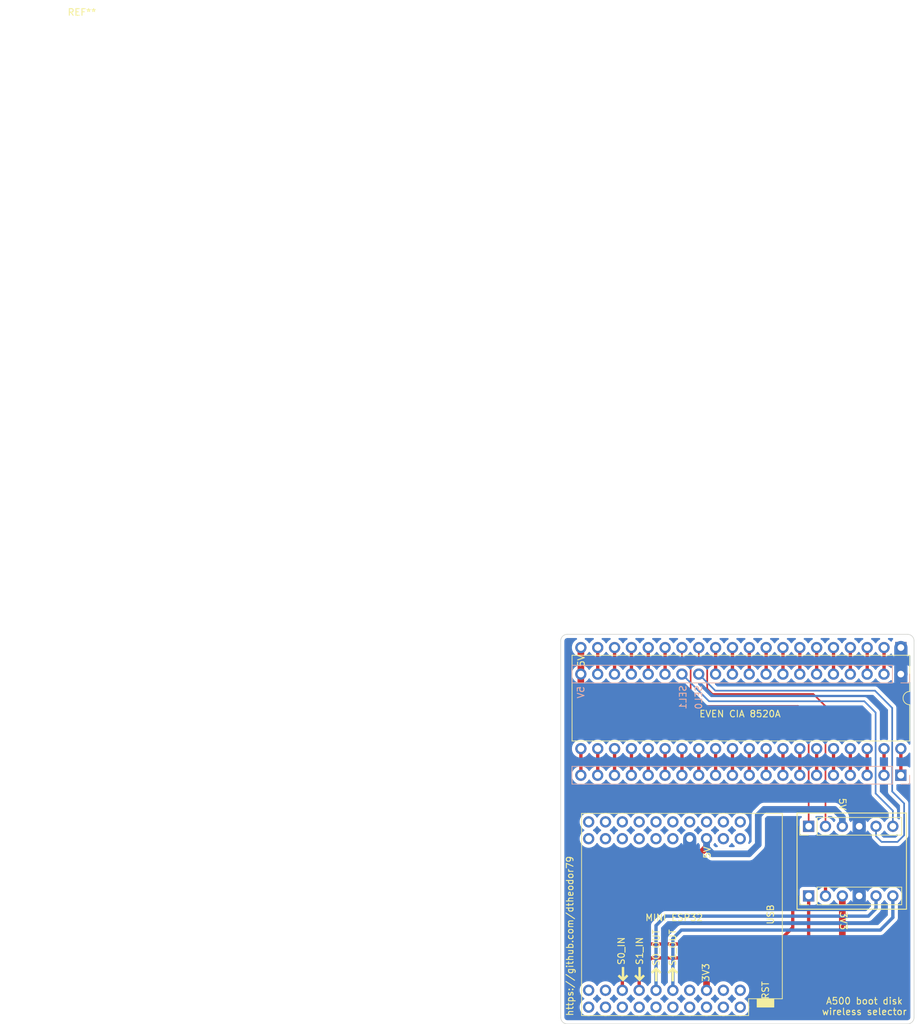
<source format=kicad_pcb>
(kicad_pcb (version 20171130) (host pcbnew "(5.1.6)-1")

  (general
    (thickness 1.6)
    (drawings 26)
    (tracks 157)
    (zones 0)
    (modules 10)
    (nets 1)
  )

  (page A4)
  (title_block
    (date "sam. 04 avril 2015")
  )

  (layers
    (0 F.Cu signal)
    (31 B.Cu signal)
    (32 B.Adhes user hide)
    (33 F.Adhes user hide)
    (34 B.Paste user hide)
    (35 F.Paste user hide)
    (36 B.SilkS user)
    (37 F.SilkS user)
    (38 B.Mask user)
    (39 F.Mask user)
    (40 Dwgs.User user)
    (41 Cmts.User user hide)
    (42 Eco1.User user hide)
    (43 Eco2.User user hide)
    (44 Edge.Cuts user)
    (45 Margin user)
    (46 B.CrtYd user)
    (47 F.CrtYd user)
    (48 B.Fab user)
    (49 F.Fab user)
  )

  (setup
    (last_trace_width 2)
    (user_trace_width 0.5)
    (user_trace_width 1)
    (user_trace_width 2)
    (user_trace_width 2.54)
    (trace_clearance 0.2)
    (zone_clearance 0.508)
    (zone_45_only no)
    (trace_min 0.2)
    (via_size 0.6)
    (via_drill 0.4)
    (via_min_size 0.4)
    (via_min_drill 0.3)
    (uvia_size 0.3)
    (uvia_drill 0.1)
    (uvias_allowed no)
    (uvia_min_size 0.2)
    (uvia_min_drill 0.1)
    (edge_width 0.1)
    (segment_width 0.15)
    (pcb_text_width 0.3)
    (pcb_text_size 1.5 1.5)
    (mod_edge_width 0.15)
    (mod_text_size 1 1)
    (mod_text_width 0.15)
    (pad_size 1.7 1.7)
    (pad_drill 1)
    (pad_to_mask_clearance 0)
    (aux_axis_origin 134.493 106.426)
    (visible_elements 7FFFFFFF)
    (pcbplotparams
      (layerselection 0x010fc_ffffffff)
      (usegerberextensions true)
      (usegerberattributes false)
      (usegerberadvancedattributes false)
      (creategerberjobfile false)
      (excludeedgelayer true)
      (linewidth 0.100000)
      (plotframeref false)
      (viasonmask false)
      (mode 1)
      (useauxorigin false)
      (hpglpennumber 1)
      (hpglpenspeed 20)
      (hpglpendiameter 15.000000)
      (psnegative false)
      (psa4output false)
      (plotreference true)
      (plotvalue false)
      (plotinvisibletext false)
      (padsonsilk false)
      (subtractmaskfromsilk true)
      (outputformat 1)
      (mirror false)
      (drillshape 0)
      (scaleselection 1)
      (outputdirectory "C:/Work/RunningProjects/Amiga/dfSelector/pcb/gerbers/"))
  )

  (net 0 "")

  (net_class Default "This is the default net class."
    (clearance 0.2)
    (trace_width 0.25)
    (via_dia 0.6)
    (via_drill 0.4)
    (uvia_dia 0.3)
    (uvia_drill 0.1)
  )

  (module logic_shifter:PinHeader_1x06_P2.54mm_Vertical (layer F.Cu) (tedit 61780B2B) (tstamp 617926B8)
    (at 109.6 133.75 90)
    (descr "Through hole straight pin header, 1x06, 2.54mm pitch, single row")
    (tags "Through hole pin header THT 1x06 2.54mm single row")
    (fp_text reference "" (at 6 3 270) (layer F.SilkS)
      (effects (font (size 1 1) (thickness 0.15)))
    )
    (fp_text value "" (at 0 15.03 270) (layer F.Fab) hide
      (effects (font (size 1 1) (thickness 0.15)))
    )
    (fp_line (start 11.77 -1.27) (end 11.77 13.97) (layer F.Fab) (width 0.1))
    (fp_line (start 9.865 -1.27) (end 11.77 -1.27) (layer F.Fab) (width 0.1))
    (fp_line (start 8.7 14.5) (end 12.3 14.5) (layer F.CrtYd) (width 0.05))
    (fp_line (start 11.83 1.27) (end 11.83 14.03) (layer F.SilkS) (width 0.12))
    (fp_line (start 8.7 -1.8) (end 8.7 14.5) (layer F.CrtYd) (width 0.05))
    (fp_line (start 11.77 13.97) (end 9.23 13.97) (layer F.Fab) (width 0.1))
    (fp_line (start 9.23 13.97) (end 9.23 -0.635) (layer F.Fab) (width 0.1))
    (fp_line (start 9.17 14.03) (end 11.83 14.03) (layer F.SilkS) (width 0.12))
    (fp_line (start 12.3 14.5) (end 12.3 -1.8) (layer F.CrtYd) (width 0.05))
    (fp_line (start 9.23 -0.635) (end 9.865 -1.27) (layer F.Fab) (width 0.1))
    (fp_line (start 9.17 1.27) (end 9.17 14.03) (layer F.SilkS) (width 0.12))
    (fp_line (start 12.3 -1.8) (end 8.7 -1.8) (layer F.CrtYd) (width 0.05))
    (fp_line (start 9.17 1.27) (end 11.83 1.27) (layer F.SilkS) (width 0.12))
    (fp_line (start 9.17 0) (end 9.17 -1.33) (layer F.SilkS) (width 0.12))
    (fp_line (start 9.17 -1.33) (end 10.5 -1.33) (layer F.SilkS) (width 0.12))
    (fp_line (start 1.8 -1.8) (end -1.8 -1.8) (layer F.CrtYd) (width 0.05))
    (fp_line (start 1.8 14.5) (end 1.8 -1.8) (layer F.CrtYd) (width 0.05))
    (fp_line (start -1.8 14.5) (end 1.8 14.5) (layer F.CrtYd) (width 0.05))
    (fp_line (start -1.8 -1.8) (end -1.8 14.5) (layer F.CrtYd) (width 0.05))
    (fp_line (start -1.33 -1.33) (end 0 -1.33) (layer F.SilkS) (width 0.12))
    (fp_line (start -1.33 0) (end -1.33 -1.33) (layer F.SilkS) (width 0.12))
    (fp_line (start -1.33 1.27) (end 1.33 1.27) (layer F.SilkS) (width 0.12))
    (fp_line (start 1.33 1.27) (end 1.33 14.03) (layer F.SilkS) (width 0.12))
    (fp_line (start -1.33 1.27) (end -1.33 14.03) (layer F.SilkS) (width 0.12))
    (fp_line (start -1.33 14.03) (end 1.33 14.03) (layer F.SilkS) (width 0.12))
    (fp_line (start -1.27 -0.635) (end -0.635 -1.27) (layer F.Fab) (width 0.1))
    (fp_line (start -1.27 13.97) (end -1.27 -0.635) (layer F.Fab) (width 0.1))
    (fp_line (start 1.27 13.97) (end -1.27 13.97) (layer F.Fab) (width 0.1))
    (fp_line (start 1.27 -1.27) (end 1.27 13.97) (layer F.Fab) (width 0.1))
    (fp_line (start -0.635 -1.27) (end 1.27 -1.27) (layer F.Fab) (width 0.1))
    (pad 3H thru_hole oval (at 10.5 10.16 90) (size 1.7 1.7) (drill 1) (layers *.Cu *.Mask))
    (pad 4H thru_hole oval (at 10.5 12.7 90) (size 1.7 1.7) (drill 1) (layers *.Cu *.Mask))
    (pad GND thru_hole oval (at 10.5 7.62 90) (size 1.7 1.7) (drill 1) (layers *.Cu *.Mask))
    (pad 1H thru_hole rect (at 10.5 0 90) (size 1.7 1.7) (drill 1) (layers *.Cu *.Mask))
    (pad HV thru_hole oval (at 10.5 5.08 90) (size 1.7 1.7) (drill 1) (layers *.Cu *.Mask))
    (pad 2H thru_hole oval (at 10.5 2.54 90) (size 1.7 1.7) (drill 1) (layers *.Cu *.Mask))
    (pad 4L thru_hole oval (at 0 12.7 90) (size 1.7 1.7) (drill 1) (layers *.Cu *.Mask))
    (pad 3L thru_hole oval (at 0 10.16 90) (size 1.7 1.7) (drill 1) (layers *.Cu *.Mask))
    (pad GND thru_hole oval (at 0 7.62 90) (size 1.7 1.7) (drill 1) (layers *.Cu *.Mask))
    (pad LV thru_hole oval (at 0 5.08 90) (size 1.7 1.7) (drill 1) (layers *.Cu *.Mask))
    (pad 2L thru_hole oval (at 0 2.54 90) (size 1.7 1.7) (drill 1) (layers *.Cu *.Mask))
    (pad 1L thru_hole rect (at 0 0 90) (size 1.7 1.7) (drill 1) (layers *.Cu *.Mask))
    (model "${KIPRJMOD}/Logi Level Converter.STEP"
      (offset (xyz 5 -6.5 0))
      (scale (xyz 1 1 1))
      (rotate (xyz -90 0 90))
    )
    (model ${KISYS3DMOD}/Connector_PinHeader_2.54mm.3dshapes/PinHeader_1x06_P2.54mm_Vertical.wrl
      (offset (xyz 0 0 -1))
      (scale (xyz 1 1 1))
      (rotate (xyz 0 180 0))
    )
    (model ${KISYS3DMOD}/Connector_PinHeader_2.54mm.3dshapes/PinHeader_1x06_P2.54mm_Vertical.wrl
      (offset (xyz 10 0 -1))
      (scale (xyz 1 1 1))
      (rotate (xyz 0 180 0))
    )
  )

  (module "4-channel logic level converter" (layer F.Cu) (tedit 6177FE49) (tstamp 61791EDC)
    (at 0 0)
    (fp_text reference REF** (at 0 0.5) (layer F.SilkS)
      (effects (font (size 1 1) (thickness 0.15)))
    )
    (fp_text value "4-channel logic level converter" (at 0 -0.5) (layer F.Fab)
      (effects (font (size 1 1) (thickness 0.15)))
    )
  )

  (module esp32_d1_mini:ESP32_mini (layer F.Cu) (tedit 6177CA6C) (tstamp 61774B0B)
    (at 87.85 136.55 90)
    (fp_text reference "MINI ESP32" (at -0.48 1.46 180) (layer F.SilkS)
      (effects (font (size 1 1) (thickness 0.15)))
    )
    (fp_text value "" (at 0 -1.27 90) (layer F.Fab)
      (effects (font (size 1 1) (thickness 0.15)))
    )
    (fp_line (start 13.97 12.7) (end 11.43 12.7) (layer Dwgs.User) (width 0.12))
    (fp_line (start 13.97 13.97) (end 13.97 12.7) (layer Dwgs.User) (width 0.12))
    (fp_line (start 11.43 13.97) (end 13.97 13.97) (layer Dwgs.User) (width 0.12))
    (fp_line (start 11.43 12.7) (end 11.43 13.97) (layer Dwgs.User) (width 0.12))
    (fp_line (start 13.97 15.24) (end 13.97 16.51) (layer Dwgs.User) (width 0.12))
    (fp_line (start 11.43 15.24) (end 13.97 15.24) (layer Dwgs.User) (width 0.12))
    (fp_line (start 11.43 16.51) (end 11.43 15.24) (layer Dwgs.User) (width 0.12))
    (fp_line (start 13.97 16.51) (end 11.43 16.51) (layer Dwgs.User) (width 0.12))
    (fp_line (start -12.7 17.78) (end 15.24 17.78) (layer F.SilkS) (width 0.12))
    (fp_poly (pts (xy -13.97 16.51) (xy -13.97 13.97) (xy -12.7 13.97) (xy -12.7 16.51)) (layer F.SilkS) (width 0.1))
    (fp_line (start -15.24 12.7) (end -12.7 12.7) (layer F.SilkS) (width 0.12))
    (fp_line (start -15.24 -12.5) (end -15.24 12.7) (layer F.SilkS) (width 0.12))
    (fp_line (start 15.24 -12.5) (end 15.24 17.78) (layer F.SilkS) (width 0.12))
    (fp_line (start -12.7 12.7) (end -12.7 17.78) (layer F.SilkS) (width 0.12))
    (fp_line (start -15.24 -12.5) (end 15.24 -12.5) (layer F.SilkS) (width 0.12))
    (fp_text user RST (at -11.43 15.24 90) (layer F.SilkS)
      (effects (font (size 1 1) (thickness 0.15)))
    )
    (fp_text user PWR (at 12.573 15.875 90) (layer Dwgs.User)
      (effects (font (size 0.5 0.5) (thickness 0.125)))
    )
    (fp_text user IO_02 (at 12.7 13.335 90) (layer Dwgs.User)
      (effects (font (size 0.5 0.5) (thickness 0.125)))
    )
    (fp_text user USB (at 0 16 90) (layer F.SilkS)
      (effects (font (size 1 1) (thickness 0.15)))
    )
    (pad 2 thru_hole circle (at -11.43 -11.43) (size 1.7 1.7) (drill 1) (layers *.Cu *.Mask))
    (pad 1 thru_hole circle (at -13.97 -11.43) (size 1.7 1.7) (drill 1) (layers *.Cu *.Mask))
    (pad 3 thru_hole circle (at -13.97 -8.89) (size 1.7 1.7) (drill 1) (layers *.Cu *.Mask))
    (pad 4 thru_hole circle (at -11.43 -8.89) (size 1.7 1.7) (drill 1) (layers *.Cu *.Mask))
    (pad 5 thru_hole circle (at -13.97 -6.35) (size 1.7 1.7) (drill 1) (layers *.Cu *.Mask))
    (pad IO26 thru_hole circle (at -11.43 -6.35) (size 1.7 1.7) (drill 1) (layers *.Cu *.Mask))
    (pad 7 thru_hole circle (at -13.97 -3.81) (size 1.7 1.7) (drill 1) (layers *.Cu *.Mask))
    (pad IO18 thru_hole circle (at -11.43 -3.81) (size 1.7 1.7) (drill 1) (layers *.Cu *.Mask))
    (pad 9 thru_hole circle (at -13.97 -1.27) (size 1.7 1.7) (drill 1) (layers *.Cu *.Mask))
    (pad IO19 thru_hole circle (at -11.43 -1.27) (size 1.7 1.7) (drill 1) (layers *.Cu *.Mask))
    (pad 11 thru_hole circle (at -13.97 1.27) (size 1.7 1.7) (drill 1) (layers *.Cu *.Mask))
    (pad IO23 thru_hole circle (at -11.43 1.27) (size 1.7 1.7) (drill 1) (layers *.Cu *.Mask))
    (pad 13 thru_hole circle (at -13.97 3.81) (size 1.7 1.7) (drill 1) (layers *.Cu *.Mask))
    (pad 14 thru_hole circle (at -11.43 3.81) (size 1.7 1.7) (drill 1) (layers *.Cu *.Mask))
    (pad 15 thru_hole circle (at -13.97 6.35) (size 1.7 1.7) (drill 1) (layers *.Cu *.Mask))
    (pad 3V3 thru_hole circle (at -11.43 6.35) (size 1.7 1.7) (drill 1) (layers *.Cu *.Mask))
    (pad 17 thru_hole circle (at -13.97 8.89) (size 1.7 1.7) (drill 1) (layers *.Cu *.Mask))
    (pad 18 thru_hole circle (at -11.43 8.89) (size 1.7 1.7) (drill 1) (layers *.Cu *.Mask))
    (pad 19 thru_hole circle (at -13.97 11.43) (size 1.7 1.7) (drill 1) (layers *.Cu *.Mask))
    (pad 20 thru_hole circle (at -11.43 11.43) (size 1.7 1.7) (drill 1) (layers *.Cu *.Mask))
    (pad 21 thru_hole circle (at 11.43 -11.43) (size 1.7 1.7) (drill 1) (layers *.Cu *.Mask))
    (pad 22 thru_hole circle (at 13.97 -11.43) (size 1.7 1.7) (drill 1) (layers *.Cu *.Mask))
    (pad 23 thru_hole circle (at 11.43 -8.89) (size 1.7 1.7) (drill 1) (layers *.Cu *.Mask))
    (pad 24 thru_hole circle (at 13.97 -8.89) (size 1.7 1.7) (drill 1) (layers *.Cu *.Mask))
    (pad 25 thru_hole circle (at 11.43 -6.35) (size 1.7 1.7) (drill 1) (layers *.Cu *.Mask))
    (pad 26 thru_hole circle (at 13.97 -6.35) (size 1.7 1.7) (drill 1) (layers *.Cu *.Mask))
    (pad 27 thru_hole circle (at 11.43 -3.81) (size 1.7 1.7) (drill 1) (layers *.Cu *.Mask))
    (pad 28 thru_hole circle (at 13.97 -3.81) (size 1.7 1.7) (drill 1) (layers *.Cu *.Mask))
    (pad 29 thru_hole circle (at 11.43 -1.27) (size 1.7 1.7) (drill 1) (layers *.Cu *.Mask))
    (pad 30 thru_hole circle (at 13.97 -1.27) (size 1.7 1.7) (drill 1) (layers *.Cu *.Mask))
    (pad 31 thru_hole circle (at 11.43 1.27) (size 1.7 1.7) (drill 1) (layers *.Cu *.Mask))
    (pad 32 thru_hole circle (at 13.97 1.27) (size 1.7 1.7) (drill 1) (layers *.Cu *.Mask))
    (pad GND thru_hole circle (at 11.43 3.81) (size 1.7 1.7) (drill 1) (layers *.Cu *.Mask))
    (pad 34 thru_hole circle (at 13.97 3.81) (size 1.7 1.7) (drill 1) (layers *.Cu *.Mask))
    (pad 5V thru_hole circle (at 11.43 6.35) (size 1.7 1.7) (drill 1) (layers *.Cu *.Mask))
    (pad 36 thru_hole circle (at 13.97 6.35) (size 1.7 1.7) (drill 1) (layers *.Cu *.Mask))
    (pad 37 thru_hole circle (at 11.43 8.89) (size 1.7 1.7) (drill 1) (layers *.Cu *.Mask))
    (pad 38 thru_hole circle (at 13.97 8.89) (size 1.7 1.7) (drill 1) (layers *.Cu *.Mask))
    (pad 39 thru_hole circle (at 11.43 11.43) (size 1.7 1.7) (drill 1) (layers *.Cu *.Mask))
    (pad 40 thru_hole circle (at 13.97 11.43) (size 1.7 1.7) (drill 1) (layers *.Cu *.Mask))
    (model ${KIPRJMOD}/Wemos-Mini-D1-ESP32.STEP
      (offset (xyz 137 43 -34.5))
      (scale (xyz 1 1 1))
      (rotate (xyz -90 0 0))
    )
    (model ${KISYS3DMOD}/Connector_PinSocket_2.54mm.3dshapes/PinSocket_2x10_P2.54mm_Vertical.wrl
      (offset (xyz -11.5 11.5 0))
      (scale (xyz 1 1 1))
      (rotate (xyz 0 0 0))
    )
    (model ${KISYS3DMOD}/Connector_PinSocket_2.54mm.3dshapes/PinSocket_2x10_P2.54mm_Vertical.wrl
      (offset (xyz 14 11.5 -0.5))
      (scale (xyz 1 1 1))
      (rotate (xyz 0 0 0))
    )
    (model ${KISYS3DMOD}/Connector_PinHeader_2.54mm.3dshapes/PinHeader_2x10_P2.54mm_Vertical.wrl
      (offset (xyz 13.5 12 10))
      (scale (xyz 1 1 1))
      (rotate (xyz 0 180 0))
    )
    (model ${KISYS3DMOD}/Connector_PinHeader_2.54mm.3dshapes/PinHeader_2x10_P2.54mm_Vertical.wrl
      (offset (xyz -12 12 10))
      (scale (xyz 1 1 1))
      (rotate (xyz 0 180 0))
    )
  )

  (module Package_DIP:DIP-40_W15.24mm (layer F.Cu) (tedit 6177C7C6) (tstamp 61775A59)
    (at 123.51 96.3 270)
    (descr "40-lead though-hole mounted DIP package, row spacing 15.24 mm (600 mils)")
    (tags "THT DIP DIL PDIP 2.54mm 15.24mm 600mil")
    (fp_text reference "EVEN CIA 8520A" (at 10 24.26) (layer F.SilkS)
      (effects (font (size 1 1) (thickness 0.15)))
    )
    (fp_text value "" (at 7.62 50.59 270) (layer F.Fab)
      (effects (font (size 1 1) (thickness 0.15)))
    )
    (fp_line (start 1.255 -1.27) (end 14.985 -1.27) (layer F.Fab) (width 0.1))
    (fp_line (start 14.985 -1.27) (end 14.985 49.53) (layer F.Fab) (width 0.1))
    (fp_line (start 14.985 49.53) (end 0.255 49.53) (layer F.Fab) (width 0.1))
    (fp_line (start 0.255 49.53) (end 0.255 -0.27) (layer F.Fab) (width 0.1))
    (fp_line (start 0.255 -0.27) (end 1.255 -1.27) (layer F.Fab) (width 0.1))
    (fp_line (start 6.62 -1.33) (end 1.16 -1.33) (layer F.SilkS) (width 0.12))
    (fp_line (start 1.16 -1.33) (end 1.16 49.59) (layer F.SilkS) (width 0.12))
    (fp_line (start 1.16 49.59) (end 14.08 49.59) (layer F.SilkS) (width 0.12))
    (fp_line (start 14.08 49.59) (end 14.08 -1.33) (layer F.SilkS) (width 0.12))
    (fp_line (start 14.08 -1.33) (end 8.62 -1.33) (layer F.SilkS) (width 0.12))
    (fp_line (start -1.05 -1.55) (end -1.05 49.8) (layer F.CrtYd) (width 0.05))
    (fp_line (start -1.05 49.8) (end 16.3 49.8) (layer F.CrtYd) (width 0.05))
    (fp_line (start 16.3 49.8) (end 16.3 -1.55) (layer F.CrtYd) (width 0.05))
    (fp_line (start 16.3 -1.55) (end -1.05 -1.55) (layer F.CrtYd) (width 0.05))
    (fp_arc (start 7.62 -1.33) (end 6.62 -1.33) (angle -180) (layer F.SilkS) (width 0.12))
    (pad 40 thru_hole oval (at 15.24 0 270) (size 1.7 1.7) (drill 1) (layers *.Cu *.Mask))
    (pad 5V thru_hole oval (at 0 48.26 270) (size 1.7 1.7) (drill 1) (layers *.Cu *.Mask))
    (pad 39 thru_hole oval (at 15.24 2.54 270) (size 1.7 1.7) (drill 1) (layers *.Cu *.Mask))
    (pad 19 thru_hole oval (at 0 45.72 270) (size 1.7 1.7) (drill 1) (layers *.Cu *.Mask))
    (pad 38 thru_hole oval (at 15.24 5.08 270) (size 1.7 1.7) (drill 1) (layers *.Cu *.Mask))
    (pad 18 thru_hole oval (at 0 43.18 270) (size 1.7 1.7) (drill 1) (layers *.Cu *.Mask))
    (pad 37 thru_hole oval (at 15.24 7.62 270) (size 1.7 1.7) (drill 1) (layers *.Cu *.Mask))
    (pad 17 thru_hole oval (at 0 40.64 270) (size 1.7 1.7) (drill 1) (layers *.Cu *.Mask))
    (pad 36 thru_hole oval (at 15.24 10.16 270) (size 1.7 1.7) (drill 1) (layers *.Cu *.Mask))
    (pad 16 thru_hole oval (at 0 38.1 270) (size 1.7 1.7) (drill 1) (layers *.Cu *.Mask))
    (pad 35 thru_hole oval (at 15.24 12.7 270) (size 1.7 1.7) (drill 1) (layers *.Cu *.Mask))
    (pad 15 thru_hole oval (at 0 35.56 270) (size 1.7 1.7) (drill 1) (layers *.Cu *.Mask))
    (pad 34 thru_hole oval (at 15.24 15.24 270) (size 1.7 1.7) (drill 1) (layers *.Cu *.Mask))
    (pad SEL1 thru_hole oval (at 0 33.02 270) (size 1.7 1.7) (drill 1) (layers *.Cu *.Mask))
    (pad 33 thru_hole oval (at 15.24 17.78 270) (size 1.7 1.7) (drill 1) (layers *.Cu *.Mask))
    (pad SEL0 thru_hole oval (at 0 30.48 270) (size 1.7 1.7) (drill 1) (layers *.Cu *.Mask))
    (pad 32 thru_hole oval (at 15.24 20.32 270) (size 1.7 1.7) (drill 1) (layers *.Cu *.Mask))
    (pad 12 thru_hole oval (at 0 27.94 270) (size 1.7 1.7) (drill 1) (layers *.Cu *.Mask))
    (pad 31 thru_hole oval (at 15.24 22.86 270) (size 1.7 1.7) (drill 1) (layers *.Cu *.Mask))
    (pad 11 thru_hole oval (at 0 25.4 270) (size 1.7 1.7) (drill 1) (layers *.Cu *.Mask))
    (pad 30 thru_hole oval (at 15.24 25.4 270) (size 1.7 1.7) (drill 1) (layers *.Cu *.Mask))
    (pad 10 thru_hole oval (at 0 22.86 270) (size 1.7 1.7) (drill 1) (layers *.Cu *.Mask))
    (pad 29 thru_hole oval (at 15.24 27.94 270) (size 1.7 1.7) (drill 1) (layers *.Cu *.Mask))
    (pad 9 thru_hole oval (at 0 20.32 270) (size 1.7 1.7) (drill 1) (layers *.Cu *.Mask))
    (pad 28 thru_hole oval (at 15.24 30.48 270) (size 1.7 1.7) (drill 1) (layers *.Cu *.Mask))
    (pad 8 thru_hole oval (at 0 17.78 270) (size 1.7 1.7) (drill 1) (layers *.Cu *.Mask))
    (pad 27 thru_hole oval (at 15.24 33.02 270) (size 1.7 1.7) (drill 1) (layers *.Cu *.Mask))
    (pad 7 thru_hole oval (at 0 15.24 270) (size 1.7 1.7) (drill 1) (layers *.Cu *.Mask))
    (pad 26 thru_hole oval (at 15.24 35.56 270) (size 1.7 1.7) (drill 1) (layers *.Cu *.Mask))
    (pad 6 thru_hole oval (at 0 12.7 270) (size 1.7 1.7) (drill 1) (layers *.Cu *.Mask))
    (pad 25 thru_hole oval (at 15.24 38.1 270) (size 1.7 1.7) (drill 1) (layers *.Cu *.Mask))
    (pad 5 thru_hole oval (at 0 10.16 270) (size 1.7 1.7) (drill 1) (layers *.Cu *.Mask))
    (pad 24 thru_hole oval (at 15.24 40.64 270) (size 1.7 1.7) (drill 1) (layers *.Cu *.Mask))
    (pad 4 thru_hole oval (at 0 7.62 270) (size 1.7 1.7) (drill 1) (layers *.Cu *.Mask))
    (pad 23 thru_hole oval (at 15.24 43.18 270) (size 1.7 1.7) (drill 1) (layers *.Cu *.Mask))
    (pad 3 thru_hole oval (at 0 5.08 270) (size 1.7 1.7) (drill 1) (layers *.Cu *.Mask))
    (pad 22 thru_hole oval (at 15.24 45.72 270) (size 1.7 1.7) (drill 1) (layers *.Cu *.Mask))
    (pad 2 thru_hole oval (at 0 2.54 270) (size 1.7 1.7) (drill 1) (layers *.Cu *.Mask))
    (pad 21 thru_hole oval (at 15.24 48.26 270) (size 1.7 1.7) (drill 1) (layers *.Cu *.Mask))
    (pad GND thru_hole rect (at 0 0 270) (size 1.7 1.7) (drill 1) (layers *.Cu *.Mask))
    (model ${KISYS3DMOD}/Package_DIP.3dshapes/DIP-40_W15.24mm.wrl
      (offset (xyz 0 0 3.5))
      (scale (xyz 1 1 1))
      (rotate (xyz 0 0 0))
    )
    (model ${KISYS3DMOD}/Package_DIP.3dshapes/DIP-40_W15.24mm_Socket.wrl
      (at (xyz 0 0 0))
      (scale (xyz 1 1 1))
      (rotate (xyz 0 0 0))
    )
  )

  (module pcb_sim7000:arrow_down (layer F.Cu) (tedit 0) (tstamp 6177AB5D)
    (at 89.1 145.55 180)
    (fp_text reference "" (at 0 0) (layer F.SilkS) hide
      (effects (font (size 1.524 1.524) (thickness 0.3)))
    )
    (fp_text value "" (at 0.75 0) (layer F.SilkS) hide
      (effects (font (size 1.524 1.524) (thickness 0.3)))
    )
    (fp_poly (pts (xy 0.179917 -1.063301) (xy 0.182033 -0.322446) (xy 0.18415 0.41841) (xy 0.351367 0.253491)
      (xy 0.382928 0.222438) (xy 0.412999 0.192996) (xy 0.440985 0.165738) (xy 0.466291 0.141236)
      (xy 0.488321 0.120064) (xy 0.506479 0.102794) (xy 0.52017 0.090002) (xy 0.5288 0.082258)
      (xy 0.531283 0.080285) (xy 0.538107 0.076004) (xy 0.544281 0.073098) (xy 0.550492 0.072026)
      (xy 0.557426 0.073252) (xy 0.56577 0.077237) (xy 0.576209 0.084443) (xy 0.589431 0.095331)
      (xy 0.606121 0.110363) (xy 0.626965 0.130001) (xy 0.652651 0.154706) (xy 0.677072 0.178356)
      (xy 0.702583 0.203285) (xy 0.72628 0.226829) (xy 0.747435 0.248233) (xy 0.765319 0.266746)
      (xy 0.779204 0.281612) (xy 0.788361 0.292081) (xy 0.791982 0.297176) (xy 0.794949 0.308469)
      (xy 0.792523 0.319098) (xy 0.791207 0.321998) (xy 0.787703 0.326014) (xy 0.778574 0.335496)
      (xy 0.764266 0.350009) (xy 0.745224 0.369115) (xy 0.721893 0.392378) (xy 0.694718 0.419362)
      (xy 0.664145 0.44963) (xy 0.630618 0.482746) (xy 0.594583 0.518275) (xy 0.556486 0.555778)
      (xy 0.51677 0.59482) (xy 0.475882 0.634964) (xy 0.434266 0.675774) (xy 0.392368 0.716814)
      (xy 0.350634 0.757647) (xy 0.309507 0.797837) (xy 0.269434 0.836947) (xy 0.230859 0.874542)
      (xy 0.194228 0.910183) (xy 0.159986 0.943436) (xy 0.128578 0.973864) (xy 0.100449 1.00103)
      (xy 0.076045 1.024498) (xy 0.055811 1.043831) (xy 0.040191 1.058593) (xy 0.032495 1.065742)
      (xy 0.016981 1.078124) (xy 0.003722 1.08356) (xy -0.009129 1.081992) (xy -0.023418 1.073361)
      (xy -0.034689 1.063625) (xy -0.0491 1.050075) (xy -0.068238 1.031842) (xy -0.091659 1.009364)
      (xy -0.118918 0.983074) (xy -0.149571 0.953411) (xy -0.183173 0.920808) (xy -0.21928 0.885702)
      (xy -0.257447 0.848528) (xy -0.29723 0.809723) (xy -0.338184 0.769722) (xy -0.379865 0.728961)
      (xy -0.421828 0.687876) (xy -0.463629 0.646902) (xy -0.504824 0.606475) (xy -0.544967 0.567032)
      (xy -0.583614 0.529007) (xy -0.620322 0.492836) (xy -0.654644 0.458956) (xy -0.686138 0.427802)
      (xy -0.714358 0.399809) (xy -0.73886 0.375415) (xy -0.759199 0.355053) (xy -0.774931 0.339161)
      (xy -0.785611 0.328174) (xy -0.790795 0.322527) (xy -0.791207 0.321951) (xy -0.79488 0.310605)
      (xy -0.793042 0.299865) (xy -0.792068 0.297382) (xy -0.787663 0.291131) (xy -0.777973 0.280066)
      (xy -0.763856 0.265016) (xy -0.746169 0.246812) (xy -0.725768 0.226283) (xy -0.703511 0.204259)
      (xy -0.680254 0.181571) (xy -0.656855 0.159048) (xy -0.63417 0.13752) (xy -0.613056 0.117817)
      (xy -0.594371 0.100769) (xy -0.578971 0.087206) (xy -0.567713 0.077959) (xy -0.561454 0.073856)
      (xy -0.561182 0.073771) (xy -0.548993 0.073398) (xy -0.53861 0.076001) (xy -0.533512 0.079838)
      (xy -0.522988 0.089087) (xy -0.507617 0.103196) (xy -0.487981 0.121614) (xy -0.464661 0.143789)
      (xy -0.43824 0.169169) (xy -0.409298 0.197201) (xy -0.378417 0.227334) (xy -0.3556 0.249734)
      (xy -0.18415 0.418473) (xy -0.182034 -0.322414) (xy -0.179917 -1.063301) (xy -0.156161 -1.083733)
      (xy 0.156161 -1.083733) (xy 0.179917 -1.063301)) (layer F.SilkS) (width 0.01))
  )

  (module pcb_sim7000:arrow_down (layer F.Cu) (tedit 0) (tstamp 6177AB4D)
    (at 86.6 145.55 180)
    (fp_text reference "" (at 0 0) (layer F.SilkS) hide
      (effects (font (size 1.524 1.524) (thickness 0.3)))
    )
    (fp_text value "" (at 0.75 0) (layer F.SilkS) hide
      (effects (font (size 1.524 1.524) (thickness 0.3)))
    )
    (fp_poly (pts (xy 0.179917 -1.063301) (xy 0.182033 -0.322446) (xy 0.18415 0.41841) (xy 0.351367 0.253491)
      (xy 0.382928 0.222438) (xy 0.412999 0.192996) (xy 0.440985 0.165738) (xy 0.466291 0.141236)
      (xy 0.488321 0.120064) (xy 0.506479 0.102794) (xy 0.52017 0.090002) (xy 0.5288 0.082258)
      (xy 0.531283 0.080285) (xy 0.538107 0.076004) (xy 0.544281 0.073098) (xy 0.550492 0.072026)
      (xy 0.557426 0.073252) (xy 0.56577 0.077237) (xy 0.576209 0.084443) (xy 0.589431 0.095331)
      (xy 0.606121 0.110363) (xy 0.626965 0.130001) (xy 0.652651 0.154706) (xy 0.677072 0.178356)
      (xy 0.702583 0.203285) (xy 0.72628 0.226829) (xy 0.747435 0.248233) (xy 0.765319 0.266746)
      (xy 0.779204 0.281612) (xy 0.788361 0.292081) (xy 0.791982 0.297176) (xy 0.794949 0.308469)
      (xy 0.792523 0.319098) (xy 0.791207 0.321998) (xy 0.787703 0.326014) (xy 0.778574 0.335496)
      (xy 0.764266 0.350009) (xy 0.745224 0.369115) (xy 0.721893 0.392378) (xy 0.694718 0.419362)
      (xy 0.664145 0.44963) (xy 0.630618 0.482746) (xy 0.594583 0.518275) (xy 0.556486 0.555778)
      (xy 0.51677 0.59482) (xy 0.475882 0.634964) (xy 0.434266 0.675774) (xy 0.392368 0.716814)
      (xy 0.350634 0.757647) (xy 0.309507 0.797837) (xy 0.269434 0.836947) (xy 0.230859 0.874542)
      (xy 0.194228 0.910183) (xy 0.159986 0.943436) (xy 0.128578 0.973864) (xy 0.100449 1.00103)
      (xy 0.076045 1.024498) (xy 0.055811 1.043831) (xy 0.040191 1.058593) (xy 0.032495 1.065742)
      (xy 0.016981 1.078124) (xy 0.003722 1.08356) (xy -0.009129 1.081992) (xy -0.023418 1.073361)
      (xy -0.034689 1.063625) (xy -0.0491 1.050075) (xy -0.068238 1.031842) (xy -0.091659 1.009364)
      (xy -0.118918 0.983074) (xy -0.149571 0.953411) (xy -0.183173 0.920808) (xy -0.21928 0.885702)
      (xy -0.257447 0.848528) (xy -0.29723 0.809723) (xy -0.338184 0.769722) (xy -0.379865 0.728961)
      (xy -0.421828 0.687876) (xy -0.463629 0.646902) (xy -0.504824 0.606475) (xy -0.544967 0.567032)
      (xy -0.583614 0.529007) (xy -0.620322 0.492836) (xy -0.654644 0.458956) (xy -0.686138 0.427802)
      (xy -0.714358 0.399809) (xy -0.73886 0.375415) (xy -0.759199 0.355053) (xy -0.774931 0.339161)
      (xy -0.785611 0.328174) (xy -0.790795 0.322527) (xy -0.791207 0.321951) (xy -0.79488 0.310605)
      (xy -0.793042 0.299865) (xy -0.792068 0.297382) (xy -0.787663 0.291131) (xy -0.777973 0.280066)
      (xy -0.763856 0.265016) (xy -0.746169 0.246812) (xy -0.725768 0.226283) (xy -0.703511 0.204259)
      (xy -0.680254 0.181571) (xy -0.656855 0.159048) (xy -0.63417 0.13752) (xy -0.613056 0.117817)
      (xy -0.594371 0.100769) (xy -0.578971 0.087206) (xy -0.567713 0.077959) (xy -0.561454 0.073856)
      (xy -0.561182 0.073771) (xy -0.548993 0.073398) (xy -0.53861 0.076001) (xy -0.533512 0.079838)
      (xy -0.522988 0.089087) (xy -0.507617 0.103196) (xy -0.487981 0.121614) (xy -0.464661 0.143789)
      (xy -0.43824 0.169169) (xy -0.409298 0.197201) (xy -0.378417 0.227334) (xy -0.3556 0.249734)
      (xy -0.18415 0.418473) (xy -0.182034 -0.322414) (xy -0.179917 -1.063301) (xy -0.156161 -1.083733)
      (xy 0.156161 -1.083733) (xy 0.179917 -1.063301)) (layer F.SilkS) (width 0.01))
  )

  (module pcb_sim7000:arrow_down (layer F.Cu) (tedit 0) (tstamp 6177AB45)
    (at 84.1 145.55)
    (fp_text reference "" (at 0 0) (layer F.SilkS) hide
      (effects (font (size 1.524 1.524) (thickness 0.3)))
    )
    (fp_text value "" (at 0.75 0) (layer F.SilkS) hide
      (effects (font (size 1.524 1.524) (thickness 0.3)))
    )
    (fp_poly (pts (xy 0.179917 -1.063301) (xy 0.182033 -0.322446) (xy 0.18415 0.41841) (xy 0.351367 0.253491)
      (xy 0.382928 0.222438) (xy 0.412999 0.192996) (xy 0.440985 0.165738) (xy 0.466291 0.141236)
      (xy 0.488321 0.120064) (xy 0.506479 0.102794) (xy 0.52017 0.090002) (xy 0.5288 0.082258)
      (xy 0.531283 0.080285) (xy 0.538107 0.076004) (xy 0.544281 0.073098) (xy 0.550492 0.072026)
      (xy 0.557426 0.073252) (xy 0.56577 0.077237) (xy 0.576209 0.084443) (xy 0.589431 0.095331)
      (xy 0.606121 0.110363) (xy 0.626965 0.130001) (xy 0.652651 0.154706) (xy 0.677072 0.178356)
      (xy 0.702583 0.203285) (xy 0.72628 0.226829) (xy 0.747435 0.248233) (xy 0.765319 0.266746)
      (xy 0.779204 0.281612) (xy 0.788361 0.292081) (xy 0.791982 0.297176) (xy 0.794949 0.308469)
      (xy 0.792523 0.319098) (xy 0.791207 0.321998) (xy 0.787703 0.326014) (xy 0.778574 0.335496)
      (xy 0.764266 0.350009) (xy 0.745224 0.369115) (xy 0.721893 0.392378) (xy 0.694718 0.419362)
      (xy 0.664145 0.44963) (xy 0.630618 0.482746) (xy 0.594583 0.518275) (xy 0.556486 0.555778)
      (xy 0.51677 0.59482) (xy 0.475882 0.634964) (xy 0.434266 0.675774) (xy 0.392368 0.716814)
      (xy 0.350634 0.757647) (xy 0.309507 0.797837) (xy 0.269434 0.836947) (xy 0.230859 0.874542)
      (xy 0.194228 0.910183) (xy 0.159986 0.943436) (xy 0.128578 0.973864) (xy 0.100449 1.00103)
      (xy 0.076045 1.024498) (xy 0.055811 1.043831) (xy 0.040191 1.058593) (xy 0.032495 1.065742)
      (xy 0.016981 1.078124) (xy 0.003722 1.08356) (xy -0.009129 1.081992) (xy -0.023418 1.073361)
      (xy -0.034689 1.063625) (xy -0.0491 1.050075) (xy -0.068238 1.031842) (xy -0.091659 1.009364)
      (xy -0.118918 0.983074) (xy -0.149571 0.953411) (xy -0.183173 0.920808) (xy -0.21928 0.885702)
      (xy -0.257447 0.848528) (xy -0.29723 0.809723) (xy -0.338184 0.769722) (xy -0.379865 0.728961)
      (xy -0.421828 0.687876) (xy -0.463629 0.646902) (xy -0.504824 0.606475) (xy -0.544967 0.567032)
      (xy -0.583614 0.529007) (xy -0.620322 0.492836) (xy -0.654644 0.458956) (xy -0.686138 0.427802)
      (xy -0.714358 0.399809) (xy -0.73886 0.375415) (xy -0.759199 0.355053) (xy -0.774931 0.339161)
      (xy -0.785611 0.328174) (xy -0.790795 0.322527) (xy -0.791207 0.321951) (xy -0.79488 0.310605)
      (xy -0.793042 0.299865) (xy -0.792068 0.297382) (xy -0.787663 0.291131) (xy -0.777973 0.280066)
      (xy -0.763856 0.265016) (xy -0.746169 0.246812) (xy -0.725768 0.226283) (xy -0.703511 0.204259)
      (xy -0.680254 0.181571) (xy -0.656855 0.159048) (xy -0.63417 0.13752) (xy -0.613056 0.117817)
      (xy -0.594371 0.100769) (xy -0.578971 0.087206) (xy -0.567713 0.077959) (xy -0.561454 0.073856)
      (xy -0.561182 0.073771) (xy -0.548993 0.073398) (xy -0.53861 0.076001) (xy -0.533512 0.079838)
      (xy -0.522988 0.089087) (xy -0.507617 0.103196) (xy -0.487981 0.121614) (xy -0.464661 0.143789)
      (xy -0.43824 0.169169) (xy -0.409298 0.197201) (xy -0.378417 0.227334) (xy -0.3556 0.249734)
      (xy -0.18415 0.418473) (xy -0.182034 -0.322414) (xy -0.179917 -1.063301) (xy -0.156161 -1.083733)
      (xy 0.156161 -1.083733) (xy 0.179917 -1.063301)) (layer F.SilkS) (width 0.01))
  )

  (module pcb_sim7000:arrow_down (layer F.Cu) (tedit 0) (tstamp 6177A842)
    (at 81.6 145.55)
    (fp_text reference "" (at 0 0) (layer F.SilkS) hide
      (effects (font (size 1.524 1.524) (thickness 0.3)))
    )
    (fp_text value "" (at 0.75 0) (layer F.SilkS) hide
      (effects (font (size 1.524 1.524) (thickness 0.3)))
    )
    (fp_poly (pts (xy 0.179917 -1.063301) (xy 0.182033 -0.322446) (xy 0.18415 0.41841) (xy 0.351367 0.253491)
      (xy 0.382928 0.222438) (xy 0.412999 0.192996) (xy 0.440985 0.165738) (xy 0.466291 0.141236)
      (xy 0.488321 0.120064) (xy 0.506479 0.102794) (xy 0.52017 0.090002) (xy 0.5288 0.082258)
      (xy 0.531283 0.080285) (xy 0.538107 0.076004) (xy 0.544281 0.073098) (xy 0.550492 0.072026)
      (xy 0.557426 0.073252) (xy 0.56577 0.077237) (xy 0.576209 0.084443) (xy 0.589431 0.095331)
      (xy 0.606121 0.110363) (xy 0.626965 0.130001) (xy 0.652651 0.154706) (xy 0.677072 0.178356)
      (xy 0.702583 0.203285) (xy 0.72628 0.226829) (xy 0.747435 0.248233) (xy 0.765319 0.266746)
      (xy 0.779204 0.281612) (xy 0.788361 0.292081) (xy 0.791982 0.297176) (xy 0.794949 0.308469)
      (xy 0.792523 0.319098) (xy 0.791207 0.321998) (xy 0.787703 0.326014) (xy 0.778574 0.335496)
      (xy 0.764266 0.350009) (xy 0.745224 0.369115) (xy 0.721893 0.392378) (xy 0.694718 0.419362)
      (xy 0.664145 0.44963) (xy 0.630618 0.482746) (xy 0.594583 0.518275) (xy 0.556486 0.555778)
      (xy 0.51677 0.59482) (xy 0.475882 0.634964) (xy 0.434266 0.675774) (xy 0.392368 0.716814)
      (xy 0.350634 0.757647) (xy 0.309507 0.797837) (xy 0.269434 0.836947) (xy 0.230859 0.874542)
      (xy 0.194228 0.910183) (xy 0.159986 0.943436) (xy 0.128578 0.973864) (xy 0.100449 1.00103)
      (xy 0.076045 1.024498) (xy 0.055811 1.043831) (xy 0.040191 1.058593) (xy 0.032495 1.065742)
      (xy 0.016981 1.078124) (xy 0.003722 1.08356) (xy -0.009129 1.081992) (xy -0.023418 1.073361)
      (xy -0.034689 1.063625) (xy -0.0491 1.050075) (xy -0.068238 1.031842) (xy -0.091659 1.009364)
      (xy -0.118918 0.983074) (xy -0.149571 0.953411) (xy -0.183173 0.920808) (xy -0.21928 0.885702)
      (xy -0.257447 0.848528) (xy -0.29723 0.809723) (xy -0.338184 0.769722) (xy -0.379865 0.728961)
      (xy -0.421828 0.687876) (xy -0.463629 0.646902) (xy -0.504824 0.606475) (xy -0.544967 0.567032)
      (xy -0.583614 0.529007) (xy -0.620322 0.492836) (xy -0.654644 0.458956) (xy -0.686138 0.427802)
      (xy -0.714358 0.399809) (xy -0.73886 0.375415) (xy -0.759199 0.355053) (xy -0.774931 0.339161)
      (xy -0.785611 0.328174) (xy -0.790795 0.322527) (xy -0.791207 0.321951) (xy -0.79488 0.310605)
      (xy -0.793042 0.299865) (xy -0.792068 0.297382) (xy -0.787663 0.291131) (xy -0.777973 0.280066)
      (xy -0.763856 0.265016) (xy -0.746169 0.246812) (xy -0.725768 0.226283) (xy -0.703511 0.204259)
      (xy -0.680254 0.181571) (xy -0.656855 0.159048) (xy -0.63417 0.13752) (xy -0.613056 0.117817)
      (xy -0.594371 0.100769) (xy -0.578971 0.087206) (xy -0.567713 0.077959) (xy -0.561454 0.073856)
      (xy -0.561182 0.073771) (xy -0.548993 0.073398) (xy -0.53861 0.076001) (xy -0.533512 0.079838)
      (xy -0.522988 0.089087) (xy -0.507617 0.103196) (xy -0.487981 0.121614) (xy -0.464661 0.143789)
      (xy -0.43824 0.169169) (xy -0.409298 0.197201) (xy -0.378417 0.227334) (xy -0.3556 0.249734)
      (xy -0.18415 0.418473) (xy -0.182034 -0.322414) (xy -0.179917 -1.063301) (xy -0.156161 -1.083733)
      (xy 0.156161 -1.083733) (xy 0.179917 -1.063301)) (layer F.SilkS) (width 0.01))
  )

  (module Connector_PinHeader_2.54mm:PinHeader_1x20_P2.54mm_Vertical (layer B.Cu) (tedit 617698B1) (tstamp 61776BA6)
    (at 123.5 100.3 90)
    (descr "Through hole straight pin header, 1x20, 2.54mm pitch, single row")
    (tags "Through hole pin header THT 1x20 2.54mm single row")
    (fp_text reference "" (at 0 2.33 -90) (layer B.SilkS)
      (effects (font (size 1 1) (thickness 0.15)) (justify mirror))
    )
    (fp_text value "" (at 0 -50.59 -90) (layer B.Fab)
      (effects (font (size 1 1) (thickness 0.15)) (justify mirror))
    )
    (fp_line (start 1.8 1.8) (end -1.8 1.8) (layer B.CrtYd) (width 0.05))
    (fp_line (start 1.8 -50.05) (end 1.8 1.8) (layer B.CrtYd) (width 0.05))
    (fp_line (start -1.8 -50.05) (end 1.8 -50.05) (layer B.CrtYd) (width 0.05))
    (fp_line (start -1.8 1.8) (end -1.8 -50.05) (layer B.CrtYd) (width 0.05))
    (fp_line (start -1.33 1.33) (end 0 1.33) (layer B.SilkS) (width 0.12))
    (fp_line (start -1.33 0) (end -1.33 1.33) (layer B.SilkS) (width 0.12))
    (fp_line (start -1.33 -1.27) (end 1.33 -1.27) (layer B.SilkS) (width 0.12))
    (fp_line (start 1.33 -1.27) (end 1.33 -49.59) (layer B.SilkS) (width 0.12))
    (fp_line (start -1.33 -1.27) (end -1.33 -49.59) (layer B.SilkS) (width 0.12))
    (fp_line (start -1.33 -49.59) (end 1.33 -49.59) (layer B.SilkS) (width 0.12))
    (fp_line (start -1.27 0.635) (end -0.635 1.27) (layer B.Fab) (width 0.1))
    (fp_line (start -1.27 -49.53) (end -1.27 0.635) (layer B.Fab) (width 0.1))
    (fp_line (start 1.27 -49.53) (end -1.27 -49.53) (layer B.Fab) (width 0.1))
    (fp_line (start 1.27 1.27) (end 1.27 -49.53) (layer B.Fab) (width 0.1))
    (fp_line (start -0.635 1.27) (end 1.27 1.27) (layer B.Fab) (width 0.1))
    (fp_text user %R (at 0 -24.13) (layer B.Fab)
      (effects (font (size 1 1) (thickness 0.15)) (justify mirror))
    )
    (pad GND thru_hole rect (at 0 0 90) (size 1.7 1.7) (drill 1) (layers *.Cu *.Mask))
    (pad 2 thru_hole oval (at 0 -2.54 90) (size 1.7 1.7) (drill 1) (layers *.Cu *.Mask))
    (pad 3 thru_hole oval (at 0 -5.08 90) (size 1.7 1.7) (drill 1) (layers *.Cu *.Mask))
    (pad 4 thru_hole oval (at 0 -7.62 90) (size 1.7 1.7) (drill 1) (layers *.Cu *.Mask))
    (pad 5 thru_hole oval (at 0 -10.16 90) (size 1.7 1.7) (drill 1) (layers *.Cu *.Mask))
    (pad 6 thru_hole oval (at 0 -12.7 90) (size 1.7 1.7) (drill 1) (layers *.Cu *.Mask))
    (pad 7 thru_hole oval (at 0 -15.24 90) (size 1.7 1.7) (drill 1) (layers *.Cu *.Mask))
    (pad 8 thru_hole oval (at 0 -17.78 90) (size 1.7 1.7) (drill 1) (layers *.Cu *.Mask))
    (pad 9 thru_hole oval (at 0 -20.32 90) (size 1.7 1.7) (drill 1) (layers *.Cu *.Mask))
    (pad 10 thru_hole oval (at 0 -22.86 90) (size 1.7 1.7) (drill 1) (layers *.Cu *.Mask))
    (pad 11 thru_hole oval (at 0 -25.4 90) (size 1.7 1.7) (drill 1) (layers *.Cu *.Mask))
    (pad 12 thru_hole oval (at 0 -27.94 90) (size 1.7 1.7) (drill 1) (layers *.Cu *.Mask))
    (pad 13 thru_hole oval (at 0 -30.48 90) (size 1.7 1.7) (drill 1) (layers *.Cu *.Mask))
    (pad 14 thru_hole oval (at 0 -33.02 90) (size 1.7 1.7) (drill 1) (layers *.Cu *.Mask))
    (pad 15 thru_hole oval (at 0 -35.56 90) (size 1.7 1.7) (drill 1) (layers *.Cu *.Mask))
    (pad 16 thru_hole oval (at 0 -38.1 90) (size 1.7 1.7) (drill 1) (layers *.Cu *.Mask))
    (pad 17 thru_hole oval (at 0 -40.64 90) (size 1.7 1.7) (drill 1) (layers *.Cu *.Mask))
    (pad 18 thru_hole oval (at 0 -43.18 90) (size 1.7 1.7) (drill 1) (layers *.Cu *.Mask))
    (pad 19 thru_hole oval (at 0 -45.72 90) (size 1.7 1.7) (drill 1) (layers *.Cu *.Mask))
    (pad 5V thru_hole oval (at 0 -48.26 90) (size 1.7 1.7) (drill 1) (layers *.Cu *.Mask))
    (model ${KISYS3DMOD}/Connector_PinHeader_2.54mm.3dshapes/PinHeader_1x20_P2.54mm_Vertical.wrl
      (at (xyz 0 0 0))
      (scale (xyz 1 1 1))
      (rotate (xyz 0 0 0))
    )
  )

  (module Connector_PinHeader_2.54mm:PinHeader_1x20_P2.54mm_Vertical (layer B.Cu) (tedit 59FED5CC) (tstamp 61776A5F)
    (at 123.5 115.55 90)
    (descr "Through hole straight pin header, 1x20, 2.54mm pitch, single row")
    (tags "Through hole pin header THT 1x20 2.54mm single row")
    (fp_text reference "" (at 0 2.33 -90) (layer B.SilkS)
      (effects (font (size 1 1) (thickness 0.15)) (justify mirror))
    )
    (fp_text value "" (at 0 -50.59 -90) (layer B.Fab)
      (effects (font (size 1 1) (thickness 0.15)) (justify mirror))
    )
    (fp_line (start -0.635 1.27) (end 1.27 1.27) (layer B.Fab) (width 0.1))
    (fp_line (start 1.27 1.27) (end 1.27 -49.53) (layer B.Fab) (width 0.1))
    (fp_line (start 1.27 -49.53) (end -1.27 -49.53) (layer B.Fab) (width 0.1))
    (fp_line (start -1.27 -49.53) (end -1.27 0.635) (layer B.Fab) (width 0.1))
    (fp_line (start -1.27 0.635) (end -0.635 1.27) (layer B.Fab) (width 0.1))
    (fp_line (start -1.33 -49.59) (end 1.33 -49.59) (layer B.SilkS) (width 0.12))
    (fp_line (start -1.33 -1.27) (end -1.33 -49.59) (layer B.SilkS) (width 0.12))
    (fp_line (start 1.33 -1.27) (end 1.33 -49.59) (layer B.SilkS) (width 0.12))
    (fp_line (start -1.33 -1.27) (end 1.33 -1.27) (layer B.SilkS) (width 0.12))
    (fp_line (start -1.33 0) (end -1.33 1.33) (layer B.SilkS) (width 0.12))
    (fp_line (start -1.33 1.33) (end 0 1.33) (layer B.SilkS) (width 0.12))
    (fp_line (start -1.8 1.8) (end -1.8 -50.05) (layer B.CrtYd) (width 0.05))
    (fp_line (start -1.8 -50.05) (end 1.8 -50.05) (layer B.CrtYd) (width 0.05))
    (fp_line (start 1.8 -50.05) (end 1.8 1.8) (layer B.CrtYd) (width 0.05))
    (fp_line (start 1.8 1.8) (end -1.8 1.8) (layer B.CrtYd) (width 0.05))
    (fp_text user %R (at 0 -24.13) (layer B.Fab)
      (effects (font (size 1 1) (thickness 0.15)) (justify mirror))
    )
    (pad 20 thru_hole oval (at 0 -48.26 90) (size 1.7 1.7) (drill 1) (layers *.Cu *.Mask))
    (pad 19 thru_hole oval (at 0 -45.72 90) (size 1.7 1.7) (drill 1) (layers *.Cu *.Mask))
    (pad 18 thru_hole oval (at 0 -43.18 90) (size 1.7 1.7) (drill 1) (layers *.Cu *.Mask))
    (pad 17 thru_hole oval (at 0 -40.64 90) (size 1.7 1.7) (drill 1) (layers *.Cu *.Mask))
    (pad 16 thru_hole oval (at 0 -38.1 90) (size 1.7 1.7) (drill 1) (layers *.Cu *.Mask))
    (pad 15 thru_hole oval (at 0 -35.56 90) (size 1.7 1.7) (drill 1) (layers *.Cu *.Mask))
    (pad 14 thru_hole oval (at 0 -33.02 90) (size 1.7 1.7) (drill 1) (layers *.Cu *.Mask))
    (pad 13 thru_hole oval (at 0 -30.48 90) (size 1.7 1.7) (drill 1) (layers *.Cu *.Mask))
    (pad 12 thru_hole oval (at 0 -27.94 90) (size 1.7 1.7) (drill 1) (layers *.Cu *.Mask))
    (pad 11 thru_hole oval (at 0 -25.4 90) (size 1.7 1.7) (drill 1) (layers *.Cu *.Mask))
    (pad 10 thru_hole oval (at 0 -22.86 90) (size 1.7 1.7) (drill 1) (layers *.Cu *.Mask))
    (pad 9 thru_hole oval (at 0 -20.32 90) (size 1.7 1.7) (drill 1) (layers *.Cu *.Mask))
    (pad 8 thru_hole oval (at 0 -17.78 90) (size 1.7 1.7) (drill 1) (layers *.Cu *.Mask))
    (pad 7 thru_hole oval (at 0 -15.24 90) (size 1.7 1.7) (drill 1) (layers *.Cu *.Mask))
    (pad 6 thru_hole oval (at 0 -12.7 90) (size 1.7 1.7) (drill 1) (layers *.Cu *.Mask))
    (pad 5 thru_hole oval (at 0 -10.16 90) (size 1.7 1.7) (drill 1) (layers *.Cu *.Mask))
    (pad 4 thru_hole oval (at 0 -7.62 90) (size 1.7 1.7) (drill 1) (layers *.Cu *.Mask))
    (pad 3 thru_hole oval (at 0 -5.08 90) (size 1.7 1.7) (drill 1) (layers *.Cu *.Mask))
    (pad 2 thru_hole oval (at 0 -2.54 90) (size 1.7 1.7) (drill 1) (layers *.Cu *.Mask))
    (pad 1 thru_hole rect (at 0 0 90) (size 1.7 1.7) (drill 1) (layers *.Cu *.Mask))
    (model ${KISYS3DMOD}/Connector_PinHeader_2.54mm.3dshapes/PinHeader_1x20_P2.54mm_Vertical.wrl
      (at (xyz 0 0 0))
      (scale (xyz 1 1 1))
      (rotate (xyz 0 0 0))
    )
  )

  (gr_text 5V (at 75.3 98.3 90) (layer F.SilkS) (tstamp 61794FA6)
    (effects (font (size 1 1) (thickness 0.15)))
  )
  (gr_text 3V3 (at 94.1 145.3 90) (layer F.SilkS) (tstamp 6177B316)
    (effects (font (size 1 1) (thickness 0.15)))
  )
  (gr_text 5V (at 94.3 127.2 90) (layer F.SilkS) (tstamp 6177B2C3)
    (effects (font (size 1 1) (thickness 0.15)))
  )
  (gr_text S1_OUT (at 89.1 141.55 90) (layer F.SilkS) (tstamp 6177ADF1)
    (effects (font (size 1 1) (thickness 0.15)))
  )
  (gr_text S0_OUT (at 86.6 141.55 90) (layer F.SilkS) (tstamp 6177AD4F)
    (effects (font (size 1 1) (thickness 0.15)))
  )
  (gr_text S1_IN (at 84.1 142.05 90) (layer F.SilkS) (tstamp 6177ABBA)
    (effects (font (size 1 1) (thickness 0.15)))
  )
  (gr_text S0_IN (at 81.35 142.05 90) (layer F.SilkS) (tstamp 6177AB66)
    (effects (font (size 1 1) (thickness 0.15)))
  )
  (gr_text 3V3 (at 114.85 137.5 -90) (layer F.SilkS) (tstamp 61779B75)
    (effects (font (size 1 1) (thickness 0.15)))
  )
  (gr_text 5V (at 114.7 119.9 -90) (layer F.SilkS) (tstamp 61779972)
    (effects (font (size 1 1) (thickness 0.15)))
  )
  (gr_text 5V (at 75.25 103.05 90) (layer B.SilkS) (tstamp 61778FB2)
    (effects (font (size 1 1) (thickness 0.15)) (justify mirror))
  )
  (gr_text "A500 boot disk\nwireless selector" (at 118 150.4) (layer F.SilkS) (tstamp 61778156)
    (effects (font (size 1 1) (thickness 0.15)))
  )
  (gr_text https://github.com/dtheodor79 (at 73.6 139.8 90) (layer F.SilkS) (tstamp 6176A3DA)
    (effects (font (size 1 1) (thickness 0.15)))
  )
  (gr_arc (start 73.2 152.05) (end 72.2 152.05) (angle -90) (layer Edge.Cuts) (width 0.1) (tstamp 61777F07))
  (gr_line (start 72.2 95.3) (end 72.2 152.05) (layer Edge.Cuts) (width 0.1) (tstamp 61777F03))
  (gr_line (start 73.2 153.05) (end 124.5 153.05) (layer Edge.Cuts) (width 0.1) (tstamp 61777F00))
  (gr_arc (start 124.5 152.05) (end 124.5 153.05) (angle -90) (layer Edge.Cuts) (width 0.1) (tstamp 61777EF5))
  (gr_line (start 125.5 95.3) (end 125.5 152.05) (layer Edge.Cuts) (width 0.1))
  (gr_arc (start 124.5 95.3) (end 125.5 95.3) (angle -90) (layer Edge.Cuts) (width 0.1) (tstamp 61777EE7))
  (gr_line (start 73.2 94.3) (end 124.5 94.3) (layer Edge.Cuts) (width 0.1))
  (gr_arc (start 73.2 95.3) (end 73.2 94.3) (angle -90) (layer Edge.Cuts) (width 0.1))
  (gr_line (start 124.35 121.25) (end 124.35 135.75) (layer F.SilkS) (width 0.15) (tstamp 617777DE))
  (gr_line (start 107.85 121.25) (end 124.35 121.25) (layer F.SilkS) (width 0.15))
  (gr_line (start 107.85 135.75) (end 107.85 121.25) (layer F.SilkS) (width 0.15))
  (gr_line (start 124.35 135.75) (end 107.85 135.75) (layer F.SilkS) (width 0.15))
  (gr_text SEL0 (at 93.01 103.8 90) (layer B.SilkS) (tstamp 61775F10)
    (effects (font (size 1 1) (thickness 0.15)) (justify mirror))
  )
  (gr_text SEL1 (at 90.65 103.8 90) (layer B.SilkS)
    (effects (font (size 1 1) (thickness 0.15)) (justify mirror))
  )

  (segment (start 75.25 115.54) (end 75.24 115.55) (width 0.5) (layer F.Cu) (net 0))
  (segment (start 75.25 111.54) (end 75.25 115.54) (width 0.5) (layer F.Cu) (net 0))
  (segment (start 77.79 115.54) (end 77.78 115.55) (width 0.5) (layer F.Cu) (net 0))
  (segment (start 77.79 111.54) (end 77.79 115.54) (width 0.5) (layer F.Cu) (net 0))
  (segment (start 80.33 115.54) (end 80.32 115.55) (width 0.5) (layer F.Cu) (net 0))
  (segment (start 80.33 111.54) (end 80.33 115.54) (width 0.5) (layer F.Cu) (net 0))
  (segment (start 82.87 115.54) (end 82.86 115.55) (width 0.5) (layer F.Cu) (net 0))
  (segment (start 82.87 111.54) (end 82.87 115.54) (width 0.5) (layer F.Cu) (net 0))
  (segment (start 85.41 115.54) (end 85.4 115.55) (width 0.5) (layer F.Cu) (net 0))
  (segment (start 85.41 111.54) (end 85.41 115.54) (width 0.5) (layer F.Cu) (net 0))
  (segment (start 87.95 115.54) (end 87.94 115.55) (width 0.5) (layer F.Cu) (net 0))
  (segment (start 87.95 111.54) (end 87.95 115.54) (width 0.5) (layer F.Cu) (net 0))
  (segment (start 90.49 115.54) (end 90.48 115.55) (width 0.5) (layer F.Cu) (net 0))
  (segment (start 90.49 111.54) (end 90.49 115.54) (width 0.5) (layer F.Cu) (net 0))
  (segment (start 93.03 115.54) (end 93.02 115.55) (width 0.5) (layer F.Cu) (net 0))
  (segment (start 93.03 111.54) (end 93.03 115.54) (width 0.5) (layer F.Cu) (net 0))
  (segment (start 95.57 115.54) (end 95.56 115.55) (width 0.5) (layer F.Cu) (net 0))
  (segment (start 95.57 111.54) (end 95.57 115.54) (width 0.5) (layer F.Cu) (net 0))
  (segment (start 98.11 115.54) (end 98.1 115.55) (width 0.5) (layer F.Cu) (net 0))
  (segment (start 98.11 111.54) (end 98.11 115.54) (width 0.5) (layer F.Cu) (net 0))
  (segment (start 100.65 115.54) (end 100.64 115.55) (width 0.5) (layer F.Cu) (net 0))
  (segment (start 100.65 111.54) (end 100.65 115.54) (width 0.5) (layer F.Cu) (net 0))
  (segment (start 103.19 115.54) (end 103.18 115.55) (width 0.5) (layer F.Cu) (net 0))
  (segment (start 103.19 111.54) (end 103.19 115.54) (width 0.5) (layer F.Cu) (net 0))
  (segment (start 105.73 115.54) (end 105.72 115.55) (width 0.5) (layer F.Cu) (net 0))
  (segment (start 105.73 111.54) (end 105.73 115.54) (width 0.5) (layer F.Cu) (net 0))
  (segment (start 108.27 115.54) (end 108.26 115.55) (width 0.5) (layer F.Cu) (net 0))
  (segment (start 108.27 111.54) (end 108.27 115.54) (width 0.5) (layer F.Cu) (net 0))
  (segment (start 110.81 115.54) (end 110.8 115.55) (width 0.5) (layer F.Cu) (net 0))
  (segment (start 110.81 111.54) (end 110.81 115.54) (width 0.5) (layer F.Cu) (net 0))
  (segment (start 113.35 115.54) (end 113.34 115.55) (width 0.5) (layer F.Cu) (net 0))
  (segment (start 113.35 111.54) (end 113.35 115.54) (width 0.5) (layer F.Cu) (net 0))
  (segment (start 115.89 115.54) (end 115.88 115.55) (width 0.5) (layer F.Cu) (net 0))
  (segment (start 115.89 111.54) (end 115.89 115.54) (width 0.5) (layer F.Cu) (net 0))
  (segment (start 118.43 115.54) (end 118.42 115.55) (width 0.5) (layer F.Cu) (net 0))
  (segment (start 118.43 111.54) (end 118.43 115.54) (width 0.5) (layer F.Cu) (net 0))
  (segment (start 120.97 115.54) (end 120.96 115.55) (width 0.5) (layer F.Cu) (net 0))
  (segment (start 120.97 111.54) (end 120.97 115.54) (width 0.5) (layer F.Cu) (net 0))
  (segment (start 123.51 115.54) (end 123.5 115.55) (width 0.5) (layer F.Cu) (net 0))
  (segment (start 123.51 111.54) (end 123.51 115.54) (width 0.5) (layer F.Cu) (net 0))
  (segment (start 120.97 100.29) (end 120.96 100.3) (width 0.5) (layer F.Cu) (net 0))
  (segment (start 120.97 96.3) (end 120.97 100.29) (width 0.5) (layer F.Cu) (net 0))
  (segment (start 118.43 100.29) (end 118.42 100.3) (width 0.5) (layer F.Cu) (net 0))
  (segment (start 118.43 96.3) (end 118.43 100.29) (width 0.5) (layer F.Cu) (net 0))
  (segment (start 115.89 100.29) (end 115.88 100.3) (width 0.5) (layer F.Cu) (net 0))
  (segment (start 115.89 96.3) (end 115.89 100.29) (width 0.5) (layer F.Cu) (net 0))
  (segment (start 113.35 100.29) (end 113.34 100.3) (width 0.5) (layer F.Cu) (net 0))
  (segment (start 113.35 96.3) (end 113.35 100.29) (width 0.5) (layer F.Cu) (net 0))
  (segment (start 110.81 100.29) (end 110.8 100.3) (width 0.5) (layer F.Cu) (net 0))
  (segment (start 110.81 96.3) (end 110.81 100.29) (width 0.5) (layer F.Cu) (net 0))
  (segment (start 108.27 100.29) (end 108.26 100.3) (width 0.5) (layer F.Cu) (net 0))
  (segment (start 108.27 96.3) (end 108.27 100.29) (width 0.5) (layer F.Cu) (net 0))
  (segment (start 105.73 100.29) (end 105.72 100.3) (width 0.5) (layer F.Cu) (net 0))
  (segment (start 105.73 96.3) (end 105.73 100.29) (width 0.5) (layer F.Cu) (net 0))
  (segment (start 103.19 100.29) (end 103.18 100.3) (width 0.5) (layer F.Cu) (net 0))
  (segment (start 103.19 96.3) (end 103.19 100.29) (width 0.5) (layer F.Cu) (net 0))
  (segment (start 100.65 100.29) (end 100.64 100.3) (width 0.5) (layer F.Cu) (net 0))
  (segment (start 100.65 96.3) (end 100.65 100.29) (width 0.5) (layer F.Cu) (net 0))
  (segment (start 98.11 100.29) (end 98.1 100.3) (width 0.5) (layer F.Cu) (net 0))
  (segment (start 98.11 96.3) (end 98.11 100.29) (width 0.5) (layer F.Cu) (net 0))
  (segment (start 95.57 100.29) (end 95.56 100.3) (width 0.5) (layer F.Cu) (net 0))
  (segment (start 95.57 96.3) (end 95.57 100.29) (width 0.5) (layer F.Cu) (net 0))
  (segment (start 87.95 100.29) (end 87.94 100.3) (width 0.5) (layer F.Cu) (net 0))
  (segment (start 87.95 96.3) (end 87.95 100.29) (width 0.5) (layer F.Cu) (net 0))
  (segment (start 85.41 100.29) (end 85.4 100.3) (width 0.5) (layer F.Cu) (net 0))
  (segment (start 85.41 96.3) (end 85.41 100.29) (width 0.5) (layer F.Cu) (net 0))
  (segment (start 82.87 100.29) (end 82.86 100.3) (width 0.5) (layer F.Cu) (net 0))
  (segment (start 82.87 96.3) (end 82.87 100.29) (width 0.5) (layer F.Cu) (net 0))
  (segment (start 80.33 100.29) (end 80.32 100.3) (width 0.5) (layer F.Cu) (net 0))
  (segment (start 80.33 96.3) (end 80.33 100.29) (width 0.5) (layer F.Cu) (net 0))
  (segment (start 77.79 100.29) (end 77.78 100.3) (width 0.5) (layer F.Cu) (net 0))
  (segment (start 77.79 96.3) (end 77.79 100.29) (width 0.5) (layer F.Cu) (net 0))
  (segment (start 75.25 100.29) (end 75.24 100.3) (width 1) (layer F.Cu) (net 0))
  (segment (start 75.25 96.3) (end 75.25 100.29) (width 1) (layer F.Cu) (net 0))
  (segment (start 110.3 103.3) (end 112.14 105.14) (width 0.25) (layer F.Cu) (net 0))
  (segment (start 93.03 97.73) (end 94.3 99) (width 0.25) (layer F.Cu) (net 0))
  (segment (start 93.03 96.3) (end 93.03 97.73) (width 0.25) (layer F.Cu) (net 0))
  (segment (start 112.14 105.14) (end 112.14 123.25) (width 0.25) (layer F.Cu) (net 0))
  (segment (start 94.3 102.5) (end 95.1 103.3) (width 0.25) (layer F.Cu) (net 0))
  (segment (start 94.3 99) (end 94.3 102.5) (width 0.25) (layer F.Cu) (net 0))
  (segment (start 95.1 103.3) (end 110.3 103.3) (width 0.25) (layer F.Cu) (net 0))
  (segment (start 90.49 96.3) (end 90.49 97.79) (width 0.25) (layer F.Cu) (net 0))
  (segment (start 90.49 97.79) (end 91.8 99.1) (width 0.25) (layer F.Cu) (net 0))
  (segment (start 91.8 99.1) (end 91.8 104.2) (width 0.25) (layer F.Cu) (net 0))
  (segment (start 91.8 104.2) (end 92.7 105.1) (width 0.25) (layer F.Cu) (net 0))
  (segment (start 92.7 105.1) (end 108 105.1) (width 0.25) (layer F.Cu) (net 0))
  (segment (start 109.6 106.7) (end 109.6 123.25) (width 0.25) (layer F.Cu) (net 0))
  (segment (start 108 105.1) (end 109.6 106.7) (width 0.25) (layer F.Cu) (net 0))
  (segment (start 114.68 133.75) (end 114.68 144.12) (width 1) (layer F.Cu) (net 0))
  (segment (start 114.68 144.12) (end 113.7 145.1) (width 1) (layer F.Cu) (net 0))
  (segment (start 113.7 145.1) (end 95.5 145.1) (width 1) (layer F.Cu) (net 0))
  (segment (start 94.2 146.4) (end 94.2 147.98) (width 1) (layer F.Cu) (net 0))
  (segment (start 95.5 145.1) (end 94.2 146.4) (width 1) (layer F.Cu) (net 0))
  (segment (start 94.2 125.12) (end 94.2 126.5) (width 1) (layer B.Cu) (net 0))
  (segment (start 94.2 126.5) (end 95.1 127.4) (width 1) (layer B.Cu) (net 0))
  (segment (start 95.1 127.4) (end 100.6 127.4) (width 1) (layer B.Cu) (net 0))
  (segment (start 100.6 127.4) (end 102 126) (width 1) (layer B.Cu) (net 0))
  (segment (start 102 126) (end 102 121.6) (width 1) (layer B.Cu) (net 0))
  (segment (start 102 121.6) (end 102.9 120.7) (width 1) (layer B.Cu) (net 0))
  (segment (start 102.9 120.7) (end 113.5 120.7) (width 1) (layer B.Cu) (net 0))
  (segment (start 114.68 121.88) (end 114.68 123.25) (width 1) (layer B.Cu) (net 0))
  (segment (start 113.5 120.7) (end 114.68 121.88) (width 1) (layer B.Cu) (net 0))
  (segment (start 94.2 125.12) (end 94.2 126.4) (width 1) (layer F.Cu) (net 0))
  (segment (start 94.2 126.4) (end 93.3 127.3) (width 1) (layer F.Cu) (net 0))
  (segment (start 93.3 127.3) (end 75.6 127.3) (width 1) (layer F.Cu) (net 0))
  (segment (start 75.6 127.3) (end 73.4 125.1) (width 1) (layer F.Cu) (net 0))
  (segment (start 75.24 107.26) (end 75.24 100.3) (width 1) (layer F.Cu) (net 0))
  (segment (start 73.4 109.1) (end 75.24 107.26) (width 1) (layer F.Cu) (net 0))
  (segment (start 73.4 125.1) (end 73.4 109.1) (width 1) (layer F.Cu) (net 0))
  (segment (start 84.04 147.98) (end 84.04 144.96) (width 0.5) (layer F.Cu) (net 0))
  (segment (start 84.04 144.96) (end 85.9 143.1) (width 0.5) (layer F.Cu) (net 0))
  (segment (start 85.9 143.1) (end 106.4 143.1) (width 0.5) (layer F.Cu) (net 0))
  (segment (start 109.6 139.9) (end 109.6 133.75) (width 0.5) (layer F.Cu) (net 0))
  (segment (start 106.4 143.1) (end 109.6 139.9) (width 0.5) (layer F.Cu) (net 0))
  (segment (start 81.5 147.98) (end 81.5 145) (width 0.5) (layer F.Cu) (net 0))
  (segment (start 81.5 145) (end 85.5 141) (width 0.5) (layer F.Cu) (net 0))
  (segment (start 85.5 141) (end 104.7 141) (width 0.5) (layer F.Cu) (net 0))
  (segment (start 104.7 141) (end 107.2 138.5) (width 0.5) (layer F.Cu) (net 0))
  (segment (start 107.2 138.5) (end 107.2 132.4) (width 0.5) (layer F.Cu) (net 0))
  (segment (start 107.2 132.4) (end 108.4 131.2) (width 0.5) (layer F.Cu) (net 0))
  (segment (start 108.4 131.2) (end 111.4 131.2) (width 0.5) (layer F.Cu) (net 0))
  (segment (start 112.14 131.94) (end 112.14 133.75) (width 0.5) (layer F.Cu) (net 0))
  (segment (start 111.4 131.2) (end 112.14 131.94) (width 0.5) (layer F.Cu) (net 0))
  (segment (start 86.58 147.98) (end 86.58 138.22) (width 0.5) (layer B.Cu) (net 0))
  (segment (start 86.58 138.22) (end 88 136.8) (width 0.5) (layer B.Cu) (net 0))
  (segment (start 88 136.8) (end 118.6 136.8) (width 0.5) (layer B.Cu) (net 0))
  (segment (start 119.76 135.64) (end 119.76 133.75) (width 0.5) (layer B.Cu) (net 0))
  (segment (start 118.6 136.8) (end 119.76 135.64) (width 0.5) (layer B.Cu) (net 0))
  (segment (start 89.12 147.98) (end 89.12 140.18) (width 0.5) (layer B.Cu) (net 0))
  (segment (start 89.12 140.18) (end 90.4 138.9) (width 0.5) (layer B.Cu) (net 0))
  (segment (start 90.4 138.9) (end 120.4 138.9) (width 0.5) (layer B.Cu) (net 0))
  (segment (start 122.3 137) (end 122.3 133.75) (width 0.5) (layer B.Cu) (net 0))
  (segment (start 120.4 138.9) (end 122.3 137) (width 0.5) (layer B.Cu) (net 0))
  (segment (start 119.76 123.25) (end 119.76 124.76) (width 0.25) (layer B.Cu) (net 0))
  (segment (start 119.76 124.76) (end 120.6 125.6) (width 0.25) (layer B.Cu) (net 0))
  (segment (start 120.6 125.6) (end 123 125.6) (width 0.25) (layer B.Cu) (net 0))
  (segment (start 123 125.6) (end 124 124.6) (width 0.25) (layer B.Cu) (net 0))
  (segment (start 124 124.6) (end 124 119.8) (width 0.25) (layer B.Cu) (net 0))
  (segment (start 124 119.8) (end 122.2 118) (width 0.25) (layer B.Cu) (net 0))
  (segment (start 122.2 118) (end 122.2 105.4) (width 0.25) (layer B.Cu) (net 0))
  (segment (start 122.2 105.4) (end 119.6 102.8) (width 0.25) (layer B.Cu) (net 0))
  (segment (start 95.52 102.8) (end 93.02 100.3) (width 0.25) (layer B.Cu) (net 0))
  (segment (start 119.6 102.8) (end 95.52 102.8) (width 0.25) (layer B.Cu) (net 0))
  (segment (start 122.3 123.25) (end 122.3 120.9) (width 0.25) (layer B.Cu) (net 0))
  (segment (start 122.3 120.9) (end 119.7 118.3) (width 0.25) (layer B.Cu) (net 0))
  (segment (start 119.7 118.3) (end 119.7 106.1) (width 0.25) (layer B.Cu) (net 0))
  (segment (start 119.7 106.1) (end 118 104.4) (width 0.25) (layer B.Cu) (net 0))
  (segment (start 94.58 104.4) (end 90.48 100.3) (width 0.25) (layer B.Cu) (net 0))
  (segment (start 118 104.4) (end 94.58 104.4) (width 0.25) (layer B.Cu) (net 0))
  (segment (start 123.51 100.29) (end 123.5 100.3) (width 2) (layer B.Cu) (net 0))
  (segment (start 123.51 96.3) (end 123.51 100.29) (width 2) (layer B.Cu) (net 0))
  (segment (start 123.5 100.3) (end 123.5 101.7) (width 2) (layer B.Cu) (net 0))
  (segment (start 91.66 125.12) (end 91.66 126.74) (width 2) (layer B.Cu) (net 0))
  (segment (start 117.22 123.25) (end 117.22 122.02) (width 2) (layer B.Cu) (net 0))
  (segment (start 117.22 123.25) (end 117.22 124.68) (width 2) (layer B.Cu) (net 0))
  (segment (start 117.22 133.75) (end 117.22 132.42) (width 2) (layer B.Cu) (net 0))
  (segment (start 117.22 133.75) (end 117.22 134.72) (width 2) (layer B.Cu) (net 0))

  (zone (net 0) (net_name "") (layer B.Cu) (tstamp 0) (hatch edge 0.508)
    (connect_pads (clearance 0.508))
    (min_thickness 0.254)
    (fill yes (arc_segments 32) (thermal_gap 1) (thermal_bridge_width 1))
    (polygon
      (pts
        (xy 125.5 153.1) (xy 72.2 153.1) (xy 72.2 94.3) (xy 125.5 94.3)
      )
    )
    (filled_polygon
      (pts
        (xy 74.303368 95.146525) (xy 74.096525 95.353368) (xy 73.93401 95.596589) (xy 73.822068 95.866842) (xy 73.765 96.15374)
        (xy 73.765 96.44626) (xy 73.822068 96.733158) (xy 73.93401 97.003411) (xy 74.096525 97.246632) (xy 74.303368 97.453475)
        (xy 74.546589 97.61599) (xy 74.816842 97.727932) (xy 75.10374 97.785) (xy 75.39626 97.785) (xy 75.683158 97.727932)
        (xy 75.953411 97.61599) (xy 76.196632 97.453475) (xy 76.403475 97.246632) (xy 76.52 97.07224) (xy 76.636525 97.246632)
        (xy 76.843368 97.453475) (xy 77.086589 97.61599) (xy 77.356842 97.727932) (xy 77.64374 97.785) (xy 77.93626 97.785)
        (xy 78.223158 97.727932) (xy 78.493411 97.61599) (xy 78.736632 97.453475) (xy 78.943475 97.246632) (xy 79.06 97.07224)
        (xy 79.176525 97.246632) (xy 79.383368 97.453475) (xy 79.626589 97.61599) (xy 79.896842 97.727932) (xy 80.18374 97.785)
        (xy 80.47626 97.785) (xy 80.763158 97.727932) (xy 81.033411 97.61599) (xy 81.276632 97.453475) (xy 81.483475 97.246632)
        (xy 81.6 97.07224) (xy 81.716525 97.246632) (xy 81.923368 97.453475) (xy 82.166589 97.61599) (xy 82.436842 97.727932)
        (xy 82.72374 97.785) (xy 83.01626 97.785) (xy 83.303158 97.727932) (xy 83.573411 97.61599) (xy 83.816632 97.453475)
        (xy 84.023475 97.246632) (xy 84.14 97.07224) (xy 84.256525 97.246632) (xy 84.463368 97.453475) (xy 84.706589 97.61599)
        (xy 84.976842 97.727932) (xy 85.26374 97.785) (xy 85.55626 97.785) (xy 85.843158 97.727932) (xy 86.113411 97.61599)
        (xy 86.356632 97.453475) (xy 86.563475 97.246632) (xy 86.68 97.07224) (xy 86.796525 97.246632) (xy 87.003368 97.453475)
        (xy 87.246589 97.61599) (xy 87.516842 97.727932) (xy 87.80374 97.785) (xy 88.09626 97.785) (xy 88.383158 97.727932)
        (xy 88.653411 97.61599) (xy 88.896632 97.453475) (xy 89.103475 97.246632) (xy 89.22 97.07224) (xy 89.336525 97.246632)
        (xy 89.543368 97.453475) (xy 89.786589 97.61599) (xy 90.056842 97.727932) (xy 90.34374 97.785) (xy 90.63626 97.785)
        (xy 90.923158 97.727932) (xy 91.193411 97.61599) (xy 91.436632 97.453475) (xy 91.643475 97.246632) (xy 91.76 97.07224)
        (xy 91.876525 97.246632) (xy 92.083368 97.453475) (xy 92.326589 97.61599) (xy 92.596842 97.727932) (xy 92.88374 97.785)
        (xy 93.17626 97.785) (xy 93.463158 97.727932) (xy 93.733411 97.61599) (xy 93.976632 97.453475) (xy 94.183475 97.246632)
        (xy 94.3 97.07224) (xy 94.416525 97.246632) (xy 94.623368 97.453475) (xy 94.866589 97.61599) (xy 95.136842 97.727932)
        (xy 95.42374 97.785) (xy 95.71626 97.785) (xy 96.003158 97.727932) (xy 96.273411 97.61599) (xy 96.516632 97.453475)
        (xy 96.723475 97.246632) (xy 96.84 97.07224) (xy 96.956525 97.246632) (xy 97.163368 97.453475) (xy 97.406589 97.61599)
        (xy 97.676842 97.727932) (xy 97.96374 97.785) (xy 98.25626 97.785) (xy 98.543158 97.727932) (xy 98.813411 97.61599)
        (xy 99.056632 97.453475) (xy 99.263475 97.246632) (xy 99.38 97.07224) (xy 99.496525 97.246632) (xy 99.703368 97.453475)
        (xy 99.946589 97.61599) (xy 100.216842 97.727932) (xy 100.50374 97.785) (xy 100.79626 97.785) (xy 101.083158 97.727932)
        (xy 101.353411 97.61599) (xy 101.596632 97.453475) (xy 101.803475 97.246632) (xy 101.92 97.07224) (xy 102.036525 97.246632)
        (xy 102.243368 97.453475) (xy 102.486589 97.61599) (xy 102.756842 97.727932) (xy 103.04374 97.785) (xy 103.33626 97.785)
        (xy 103.623158 97.727932) (xy 103.893411 97.61599) (xy 104.136632 97.453475) (xy 104.343475 97.246632) (xy 104.46 97.07224)
        (xy 104.576525 97.246632) (xy 104.783368 97.453475) (xy 105.026589 97.61599) (xy 105.296842 97.727932) (xy 105.58374 97.785)
        (xy 105.87626 97.785) (xy 106.163158 97.727932) (xy 106.433411 97.61599) (xy 106.676632 97.453475) (xy 106.883475 97.246632)
        (xy 107 97.07224) (xy 107.116525 97.246632) (xy 107.323368 97.453475) (xy 107.566589 97.61599) (xy 107.836842 97.727932)
        (xy 108.12374 97.785) (xy 108.41626 97.785) (xy 108.703158 97.727932) (xy 108.973411 97.61599) (xy 109.216632 97.453475)
        (xy 109.423475 97.246632) (xy 109.54 97.07224) (xy 109.656525 97.246632) (xy 109.863368 97.453475) (xy 110.106589 97.61599)
        (xy 110.376842 97.727932) (xy 110.66374 97.785) (xy 110.95626 97.785) (xy 111.243158 97.727932) (xy 111.513411 97.61599)
        (xy 111.756632 97.453475) (xy 111.963475 97.246632) (xy 112.08 97.07224) (xy 112.196525 97.246632) (xy 112.403368 97.453475)
        (xy 112.646589 97.61599) (xy 112.916842 97.727932) (xy 113.20374 97.785) (xy 113.49626 97.785) (xy 113.783158 97.727932)
        (xy 114.053411 97.61599) (xy 114.296632 97.453475) (xy 114.503475 97.246632) (xy 114.62 97.07224) (xy 114.736525 97.246632)
        (xy 114.943368 97.453475) (xy 115.186589 97.61599) (xy 115.456842 97.727932) (xy 115.74374 97.785) (xy 116.03626 97.785)
        (xy 116.323158 97.727932) (xy 116.593411 97.61599) (xy 116.836632 97.453475) (xy 117.043475 97.246632) (xy 117.16 97.07224)
        (xy 117.276525 97.246632) (xy 117.483368 97.453475) (xy 117.726589 97.61599) (xy 117.996842 97.727932) (xy 118.28374 97.785)
        (xy 118.57626 97.785) (xy 118.863158 97.727932) (xy 119.133411 97.61599) (xy 119.376632 97.453475) (xy 119.583475 97.246632)
        (xy 119.7 97.07224) (xy 119.816525 97.246632) (xy 120.023368 97.453475) (xy 120.266589 97.61599) (xy 120.536842 97.727932)
        (xy 120.82374 97.785) (xy 121.11626 97.785) (xy 121.403158 97.727932) (xy 121.673411 97.61599) (xy 121.916632 97.453475)
        (xy 122.048487 97.32162) (xy 122.070498 97.39418) (xy 122.129463 97.504494) (xy 122.208815 97.601185) (xy 122.305506 97.680537)
        (xy 122.41582 97.739502) (xy 122.535518 97.775812) (xy 122.66 97.788072) (xy 124.36 97.788072) (xy 124.484482 97.775812)
        (xy 124.60418 97.739502) (xy 124.714494 97.680537) (xy 124.811185 97.601185) (xy 124.815 97.596536) (xy 124.815 99.015649)
        (xy 124.801185 98.998815) (xy 124.704494 98.919463) (xy 124.59418 98.860498) (xy 124.474482 98.824188) (xy 124.35 98.811928)
        (xy 122.65 98.811928) (xy 122.525518 98.824188) (xy 122.40582 98.860498) (xy 122.295506 98.919463) (xy 122.198815 98.998815)
        (xy 122.119463 99.095506) (xy 122.060498 99.20582) (xy 122.038487 99.27838) (xy 121.906632 99.146525) (xy 121.663411 98.98401)
        (xy 121.393158 98.872068) (xy 121.10626 98.815) (xy 120.81374 98.815) (xy 120.526842 98.872068) (xy 120.256589 98.98401)
        (xy 120.013368 99.146525) (xy 119.806525 99.353368) (xy 119.69 99.52776) (xy 119.573475 99.353368) (xy 119.366632 99.146525)
        (xy 119.123411 98.98401) (xy 118.853158 98.872068) (xy 118.56626 98.815) (xy 118.27374 98.815) (xy 117.986842 98.872068)
        (xy 117.716589 98.98401) (xy 117.473368 99.146525) (xy 117.266525 99.353368) (xy 117.15 99.52776) (xy 117.033475 99.353368)
        (xy 116.826632 99.146525) (xy 116.583411 98.98401) (xy 116.313158 98.872068) (xy 116.02626 98.815) (xy 115.73374 98.815)
        (xy 115.446842 98.872068) (xy 115.176589 98.98401) (xy 114.933368 99.146525) (xy 114.726525 99.353368) (xy 114.61 99.52776)
        (xy 114.493475 99.353368) (xy 114.286632 99.146525) (xy 114.043411 98.98401) (xy 113.773158 98.872068) (xy 113.48626 98.815)
        (xy 113.19374 98.815) (xy 112.906842 98.872068) (xy 112.636589 98.98401) (xy 112.393368 99.146525) (xy 112.186525 99.353368)
        (xy 112.07 99.52776) (xy 111.953475 99.353368) (xy 111.746632 99.146525) (xy 111.503411 98.98401) (xy 111.233158 98.872068)
        (xy 110.94626 98.815) (xy 110.65374 98.815) (xy 110.366842 98.872068) (xy 110.096589 98.98401) (xy 109.853368 99.146525)
        (xy 109.646525 99.353368) (xy 109.53 99.52776) (xy 109.413475 99.353368) (xy 109.206632 99.146525) (xy 108.963411 98.98401)
        (xy 108.693158 98.872068) (xy 108.40626 98.815) (xy 108.11374 98.815) (xy 107.826842 98.872068) (xy 107.556589 98.98401)
        (xy 107.313368 99.146525) (xy 107.106525 99.353368) (xy 106.99 99.52776) (xy 106.873475 99.353368) (xy 106.666632 99.146525)
        (xy 106.423411 98.98401) (xy 106.153158 98.872068) (xy 105.86626 98.815) (xy 105.57374 98.815) (xy 105.286842 98.872068)
        (xy 105.016589 98.98401) (xy 104.773368 99.146525) (xy 104.566525 99.353368) (xy 104.45 99.52776) (xy 104.333475 99.353368)
        (xy 104.126632 99.146525) (xy 103.883411 98.98401) (xy 103.613158 98.872068) (xy 103.32626 98.815) (xy 103.03374 98.815)
        (xy 102.746842 98.872068) (xy 102.476589 98.98401) (xy 102.233368 99.146525) (xy 102.026525 99.353368) (xy 101.91 99.52776)
        (xy 101.793475 99.353368) (xy 101.586632 99.146525) (xy 101.343411 98.98401) (xy 101.073158 98.872068) (xy 100.78626 98.815)
        (xy 100.49374 98.815) (xy 100.206842 98.872068) (xy 99.936589 98.98401) (xy 99.693368 99.146525) (xy 99.486525 99.353368)
        (xy 99.37 99.52776) (xy 99.253475 99.353368) (xy 99.046632 99.146525) (xy 98.803411 98.98401) (xy 98.533158 98.872068)
        (xy 98.24626 98.815) (xy 97.95374 98.815) (xy 97.666842 98.872068) (xy 97.396589 98.98401) (xy 97.153368 99.146525)
        (xy 96.946525 99.353368) (xy 96.83 99.52776) (xy 96.713475 99.353368) (xy 96.506632 99.146525) (xy 96.263411 98.98401)
        (xy 95.993158 98.872068) (xy 95.70626 98.815) (xy 95.41374 98.815) (xy 95.126842 98.872068) (xy 94.856589 98.98401)
        (xy 94.613368 99.146525) (xy 94.406525 99.353368) (xy 94.29 99.52776) (xy 94.173475 99.353368) (xy 93.966632 99.146525)
        (xy 93.723411 98.98401) (xy 93.453158 98.872068) (xy 93.16626 98.815) (xy 92.87374 98.815) (xy 92.586842 98.872068)
        (xy 92.316589 98.98401) (xy 92.073368 99.146525) (xy 91.866525 99.353368) (xy 91.75 99.52776) (xy 91.633475 99.353368)
        (xy 91.426632 99.146525) (xy 91.183411 98.98401) (xy 90.913158 98.872068) (xy 90.62626 98.815) (xy 90.33374 98.815)
        (xy 90.046842 98.872068) (xy 89.776589 98.98401) (xy 89.533368 99.146525) (xy 89.326525 99.353368) (xy 89.21 99.52776)
        (xy 89.093475 99.353368) (xy 88.886632 99.146525) (xy 88.643411 98.98401) (xy 88.373158 98.872068) (xy 88.08626 98.815)
        (xy 87.79374 98.815) (xy 87.506842 98.872068) (xy 87.236589 98.98401) (xy 86.993368 99.146525) (xy 86.786525 99.353368)
        (xy 86.67 99.52776) (xy 86.553475 99.353368) (xy 86.346632 99.146525) (xy 86.103411 98.98401) (xy 85.833158 98.872068)
        (xy 85.54626 98.815) (xy 85.25374 98.815) (xy 84.966842 98.872068) (xy 84.696589 98.98401) (xy 84.453368 99.146525)
        (xy 84.246525 99.353368) (xy 84.13 99.52776) (xy 84.013475 99.353368) (xy 83.806632 99.146525) (xy 83.563411 98.98401)
        (xy 83.293158 98.872068) (xy 83.00626 98.815) (xy 82.71374 98.815) (xy 82.426842 98.872068) (xy 82.156589 98.98401)
        (xy 81.913368 99.146525) (xy 81.706525 99.353368) (xy 81.59 99.52776) (xy 81.473475 99.353368) (xy 81.266632 99.146525)
        (xy 81.023411 98.98401) (xy 80.753158 98.872068) (xy 80.46626 98.815) (xy 80.17374 98.815) (xy 79.886842 98.872068)
        (xy 79.616589 98.98401) (xy 79.373368 99.146525) (xy 79.166525 99.353368) (xy 79.05 99.52776) (xy 78.933475 99.353368)
        (xy 78.726632 99.146525) (xy 78.483411 98.98401) (xy 78.213158 98.872068) (xy 77.92626 98.815) (xy 77.63374 98.815)
        (xy 77.346842 98.872068) (xy 77.076589 98.98401) (xy 76.833368 99.146525) (xy 76.626525 99.353368) (xy 76.51 99.52776)
        (xy 76.393475 99.353368) (xy 76.186632 99.146525) (xy 75.943411 98.98401) (xy 75.673158 98.872068) (xy 75.38626 98.815)
        (xy 75.09374 98.815) (xy 74.806842 98.872068) (xy 74.536589 98.98401) (xy 74.293368 99.146525) (xy 74.086525 99.353368)
        (xy 73.92401 99.596589) (xy 73.812068 99.866842) (xy 73.755 100.15374) (xy 73.755 100.44626) (xy 73.812068 100.733158)
        (xy 73.92401 101.003411) (xy 74.086525 101.246632) (xy 74.293368 101.453475) (xy 74.536589 101.61599) (xy 74.806842 101.727932)
        (xy 75.09374 101.785) (xy 75.38626 101.785) (xy 75.673158 101.727932) (xy 75.943411 101.61599) (xy 76.186632 101.453475)
        (xy 76.393475 101.246632) (xy 76.51 101.07224) (xy 76.626525 101.246632) (xy 76.833368 101.453475) (xy 77.076589 101.61599)
        (xy 77.346842 101.727932) (xy 77.63374 101.785) (xy 77.92626 101.785) (xy 78.213158 101.727932) (xy 78.483411 101.61599)
        (xy 78.726632 101.453475) (xy 78.933475 101.246632) (xy 79.05 101.07224) (xy 79.166525 101.246632) (xy 79.373368 101.453475)
        (xy 79.616589 101.61599) (xy 79.886842 101.727932) (xy 80.17374 101.785) (xy 80.46626 101.785) (xy 80.753158 101.727932)
        (xy 81.023411 101.61599) (xy 81.266632 101.453475) (xy 81.473475 101.246632) (xy 81.59 101.07224) (xy 81.706525 101.246632)
        (xy 81.913368 101.453475) (xy 82.156589 101.61599) (xy 82.426842 101.727932) (xy 82.71374 101.785) (xy 83.00626 101.785)
        (xy 83.293158 101.727932) (xy 83.563411 101.61599) (xy 83.806632 101.453475) (xy 84.013475 101.246632) (xy 84.13 101.07224)
        (xy 84.246525 101.246632) (xy 84.453368 101.453475) (xy 84.696589 101.61599) (xy 84.966842 101.727932) (xy 85.25374 101.785)
        (xy 85.54626 101.785) (xy 85.833158 101.727932) (xy 86.103411 101.61599) (xy 86.346632 101.453475) (xy 86.553475 101.246632)
        (xy 86.67 101.07224) (xy 86.786525 101.246632) (xy 86.993368 101.453475) (xy 87.236589 101.61599) (xy 87.506842 101.727932)
        (xy 87.79374 101.785) (xy 88.08626 101.785) (xy 88.373158 101.727932) (xy 88.643411 101.61599) (xy 88.886632 101.453475)
        (xy 89.093475 101.246632) (xy 89.21 101.07224) (xy 89.326525 101.246632) (xy 89.533368 101.453475) (xy 89.776589 101.61599)
        (xy 90.046842 101.727932) (xy 90.33374 101.785) (xy 90.62626 101.785) (xy 90.846408 101.741209) (xy 94.0162 104.911002)
        (xy 94.039999 104.940001) (xy 94.068997 104.963799) (xy 94.155724 105.034974) (xy 94.287753 105.105546) (xy 94.431014 105.149003)
        (xy 94.58 105.163677) (xy 94.617333 105.16) (xy 117.685199 105.16) (xy 118.940001 106.414803) (xy 118.940001 110.143897)
        (xy 118.863158 110.112068) (xy 118.57626 110.055) (xy 118.28374 110.055) (xy 117.996842 110.112068) (xy 117.726589 110.22401)
        (xy 117.483368 110.386525) (xy 117.276525 110.593368) (xy 117.16 110.76776) (xy 117.043475 110.593368) (xy 116.836632 110.386525)
        (xy 116.593411 110.22401) (xy 116.323158 110.112068) (xy 116.03626 110.055) (xy 115.74374 110.055) (xy 115.456842 110.112068)
        (xy 115.186589 110.22401) (xy 114.943368 110.386525) (xy 114.736525 110.593368) (xy 114.62 110.76776) (xy 114.503475 110.593368)
        (xy 114.296632 110.386525) (xy 114.053411 110.22401) (xy 113.783158 110.112068) (xy 113.49626 110.055) (xy 113.20374 110.055)
        (xy 112.916842 110.112068) (xy 112.646589 110.22401) (xy 112.403368 110.386525) (xy 112.196525 110.593368) (xy 112.08 110.76776)
        (xy 111.963475 110.593368) (xy 111.756632 110.386525) (xy 111.513411 110.22401) (xy 111.243158 110.112068) (xy 110.95626 110.055)
        (xy 110.66374 110.055) (xy 110.376842 110.112068) (xy 110.106589 110.22401) (xy 109.863368 110.386525) (xy 109.656525 110.593368)
        (xy 109.54 110.76776) (xy 109.423475 110.593368) (xy 109.216632 110.386525) (xy 108.973411 110.22401) (xy 108.703158 110.112068)
        (xy 108.41626 110.055) (xy 108.12374 110.055) (xy 107.836842 110.112068) (xy 107.566589 110.22401) (xy 107.323368 110.386525)
        (xy 107.116525 110.593368) (xy 107 110.76776) (xy 106.883475 110.593368) (xy 106.676632 110.386525) (xy 106.433411 110.22401)
        (xy 106.163158 110.112068) (xy 105.87626 110.055) (xy 105.58374 110.055) (xy 105.296842 110.112068) (xy 105.026589 110.22401)
        (xy 104.783368 110.386525) (xy 104.576525 110.593368) (xy 104.46 110.76776) (xy 104.343475 110.593368) (xy 104.136632 110.386525)
        (xy 103.893411 110.22401) (xy 103.623158 110.112068) (xy 103.33626 110.055) (xy 103.04374 110.055) (xy 102.756842 110.112068)
        (xy 102.486589 110.22401) (xy 102.243368 110.386525) (xy 102.036525 110.593368) (xy 101.92 110.76776) (xy 101.803475 110.593368)
        (xy 101.596632 110.386525) (xy 101.353411 110.22401) (xy 101.083158 110.112068) (xy 100.79626 110.055) (xy 100.50374 110.055)
        (xy 100.216842 110.112068) (xy 99.946589 110.22401) (xy 99.703368 110.386525) (xy 99.496525 110.593368) (xy 99.38 110.76776)
        (xy 99.263475 110.593368) (xy 99.056632 110.386525) (xy 98.813411 110.22401) (xy 98.543158 110.112068) (xy 98.25626 110.055)
        (xy 97.96374 110.055) (xy 97.676842 110.112068) (xy 97.406589 110.22401) (xy 97.163368 110.386525) (xy 96.956525 110.593368)
        (xy 96.84 110.76776) (xy 96.723475 110.593368) (xy 96.516632 110.386525) (xy 96.273411 110.22401) (xy 96.003158 110.112068)
        (xy 95.71626 110.055) (xy 95.42374 110.055) (xy 95.136842 110.112068) (xy 94.866589 110.22401) (xy 94.623368 110.386525)
        (xy 94.416525 110.593368) (xy 94.3 110.76776) (xy 94.183475 110.593368) (xy 93.976632 110.386525) (xy 93.733411 110.22401)
        (xy 93.463158 110.112068) (xy 93.17626 110.055) (xy 92.88374 110.055) (xy 92.596842 110.112068) (xy 92.326589 110.22401)
        (xy 92.083368 110.386525) (xy 91.876525 110.593368) (xy 91.76 110.76776) (xy 91.643475 110.593368) (xy 91.436632 110.386525)
        (xy 91.193411 110.22401) (xy 90.923158 110.112068) (xy 90.63626 110.055) (xy 90.34374 110.055) (xy 90.056842 110.112068)
        (xy 89.786589 110.22401) (xy 89.543368 110.386525) (xy 89.336525 110.593368) (xy 89.22 110.76776) (xy 89.103475 110.593368)
        (xy 88.896632 110.386525) (xy 88.653411 110.22401) (xy 88.383158 110.112068) (xy 88.09626 110.055) (xy 87.80374 110.055)
        (xy 87.516842 110.112068) (xy 87.246589 110.22401) (xy 87.003368 110.386525) (xy 86.796525 110.593368) (xy 86.68 110.76776)
        (xy 86.563475 110.593368) (xy 86.356632 110.386525) (xy 86.113411 110.22401) (xy 85.843158 110.112068) (xy 85.55626 110.055)
        (xy 85.26374 110.055) (xy 84.976842 110.112068) (xy 84.706589 110.22401) (xy 84.463368 110.386525) (xy 84.256525 110.593368)
        (xy 84.14 110.76776) (xy 84.023475 110.593368) (xy 83.816632 110.386525) (xy 83.573411 110.22401) (xy 83.303158 110.112068)
        (xy 83.01626 110.055) (xy 82.72374 110.055) (xy 82.436842 110.112068) (xy 82.166589 110.22401) (xy 81.923368 110.386525)
        (xy 81.716525 110.593368) (xy 81.6 110.76776) (xy 81.483475 110.593368) (xy 81.276632 110.386525) (xy 81.033411 110.22401)
        (xy 80.763158 110.112068) (xy 80.47626 110.055) (xy 80.18374 110.055) (xy 79.896842 110.112068) (xy 79.626589 110.22401)
        (xy 79.383368 110.386525) (xy 79.176525 110.593368) (xy 79.06 110.76776) (xy 78.943475 110.593368) (xy 78.736632 110.386525)
        (xy 78.493411 110.22401) (xy 78.223158 110.112068) (xy 77.93626 110.055) (xy 77.64374 110.055) (xy 77.356842 110.112068)
        (xy 77.086589 110.22401) (xy 76.843368 110.386525) (xy 76.636525 110.593368) (xy 76.52 110.76776) (xy 76.403475 110.593368)
        (xy 76.196632 110.386525) (xy 75.953411 110.22401) (xy 75.683158 110.112068) (xy 75.39626 110.055) (xy 75.10374 110.055)
        (xy 74.816842 110.112068) (xy 74.546589 110.22401) (xy 74.303368 110.386525) (xy 74.096525 110.593368) (xy 73.93401 110.836589)
        (xy 73.822068 111.106842) (xy 73.765 111.39374) (xy 73.765 111.68626) (xy 73.822068 111.973158) (xy 73.93401 112.243411)
        (xy 74.096525 112.486632) (xy 74.303368 112.693475) (xy 74.546589 112.85599) (xy 74.816842 112.967932) (xy 75.10374 113.025)
        (xy 75.39626 113.025) (xy 75.683158 112.967932) (xy 75.953411 112.85599) (xy 76.196632 112.693475) (xy 76.403475 112.486632)
        (xy 76.52 112.31224) (xy 76.636525 112.486632) (xy 76.843368 112.693475) (xy 77.086589 112.85599) (xy 77.356842 112.967932)
        (xy 77.64374 113.025) (xy 77.93626 113.025) (xy 78.223158 112.967932) (xy 78.493411 112.85599) (xy 78.736632 112.693475)
        (xy 78.943475 112.486632) (xy 79.06 112.31224) (xy 79.176525 112.486632) (xy 79.383368 112.693475) (xy 79.626589 112.85599)
        (xy 79.896842 112.967932) (xy 80.18374 113.025) (xy 80.47626 113.025) (xy 80.763158 112.967932) (xy 81.033411 112.85599)
        (xy 81.276632 112.693475) (xy 81.483475 112.486632) (xy 81.6 112.31224) (xy 81.716525 112.486632) (xy 81.923368 112.693475)
        (xy 82.166589 112.85599) (xy 82.436842 112.967932) (xy 82.72374 113.025) (xy 83.01626 113.025) (xy 83.303158 112.967932)
        (xy 83.573411 112.85599) (xy 83.816632 112.693475) (xy 84.023475 112.486632) (xy 84.14 112.31224) (xy 84.256525 112.486632)
        (xy 84.463368 112.693475) (xy 84.706589 112.85599) (xy 84.976842 112.967932) (xy 85.26374 113.025) (xy 85.55626 113.025)
        (xy 85.843158 112.967932) (xy 86.113411 112.85599) (xy 86.356632 112.693475) (xy 86.563475 112.486632) (xy 86.68 112.31224)
        (xy 86.796525 112.486632) (xy 87.003368 112.693475) (xy 87.246589 112.85599) (xy 87.516842 112.967932) (xy 87.80374 113.025)
        (xy 88.09626 113.025) (xy 88.383158 112.967932) (xy 88.653411 112.85599) (xy 88.896632 112.693475) (xy 89.103475 112.486632)
        (xy 89.22 112.31224) (xy 89.336525 112.486632) (xy 89.543368 112.693475) (xy 89.786589 112.85599) (xy 90.056842 112.967932)
        (xy 90.34374 113.025) (xy 90.63626 113.025) (xy 90.923158 112.967932) (xy 91.193411 112.85599) (xy 91.436632 112.693475)
        (xy 91.643475 112.486632) (xy 91.76 112.31224) (xy 91.876525 112.486632) (xy 92.083368 112.693475) (xy 92.326589 112.85599)
        (xy 92.596842 112.967932) (xy 92.88374 113.025) (xy 93.17626 113.025) (xy 93.463158 112.967932) (xy 93.733411 112.85599)
        (xy 93.976632 112.693475) (xy 94.183475 112.486632) (xy 94.3 112.31224) (xy 94.416525 112.486632) (xy 94.623368 112.693475)
        (xy 94.866589 112.85599) (xy 95.136842 112.967932) (xy 95.42374 113.025) (xy 95.71626 113.025) (xy 96.003158 112.967932)
        (xy 96.273411 112.85599) (xy 96.516632 112.693475) (xy 96.723475 112.486632) (xy 96.84 112.31224) (xy 96.956525 112.486632)
        (xy 97.163368 112.693475) (xy 97.406589 112.85599) (xy 97.676842 112.967932) (xy 97.96374 113.025) (xy 98.25626 113.025)
        (xy 98.543158 112.967932) (xy 98.813411 112.85599) (xy 99.056632 112.693475) (xy 99.263475 112.486632) (xy 99.38 112.31224)
        (xy 99.496525 112.486632) (xy 99.703368 112.693475) (xy 99.946589 112.85599) (xy 100.216842 112.967932) (xy 100.50374 113.025)
        (xy 100.79626 113.025) (xy 101.083158 112.967932) (xy 101.353411 112.85599) (xy 101.596632 112.693475) (xy 101.803475 112.486632)
        (xy 101.92 112.31224) (xy 102.036525 112.486632) (xy 102.243368 112.693475) (xy 102.486589 112.85599) (xy 102.756842 112.967932)
        (xy 103.04374 113.025) (xy 103.33626 113.025) (xy 103.623158 112.967932) (xy 103.893411 112.85599) (xy 104.136632 112.693475)
        (xy 104.343475 112.486632) (xy 104.46 112.31224) (xy 104.576525 112.486632) (xy 104.783368 112.693475) (xy 105.026589 112.85599)
        (xy 105.296842 112.967932) (xy 105.58374 113.025) (xy 105.87626 113.025) (xy 106.163158 112.967932) (xy 106.433411 112.85599)
        (xy 106.676632 112.693475) (xy 106.883475 112.486632) (xy 107 112.31224) (xy 107.116525 112.486632) (xy 107.323368 112.693475)
        (xy 107.566589 112.85599) (xy 107.836842 112.967932) (xy 108.12374 113.025) (xy 108.41626 113.025) (xy 108.703158 112.967932)
        (xy 108.973411 112.85599) (xy 109.216632 112.693475) (xy 109.423475 112.486632) (xy 109.54 112.31224) (xy 109.656525 112.486632)
        (xy 109.863368 112.693475) (xy 110.106589 112.85599) (xy 110.376842 112.967932) (xy 110.66374 113.025) (xy 110.95626 113.025)
        (xy 111.243158 112.967932) (xy 111.513411 112.85599) (xy 111.756632 112.693475) (xy 111.963475 112.486632) (xy 112.08 112.31224)
        (xy 112.196525 112.486632) (xy 112.403368 112.693475) (xy 112.646589 112.85599) (xy 112.916842 112.967932) (xy 113.20374 113.025)
        (xy 113.49626 113.025) (xy 113.783158 112.967932) (xy 114.053411 112.85599) (xy 114.296632 112.693475) (xy 114.503475 112.486632)
        (xy 114.62 112.31224) (xy 114.736525 112.486632) (xy 114.943368 112.693475) (xy 115.186589 112.85599) (xy 115.456842 112.967932)
        (xy 115.74374 113.025) (xy 116.03626 113.025) (xy 116.323158 112.967932) (xy 116.593411 112.85599) (xy 116.836632 112.693475)
        (xy 117.043475 112.486632) (xy 117.16 112.31224) (xy 117.276525 112.486632) (xy 117.483368 112.693475) (xy 117.726589 112.85599)
        (xy 117.996842 112.967932) (xy 118.28374 113.025) (xy 118.57626 113.025) (xy 118.863158 112.967932) (xy 118.94 112.936103)
        (xy 118.94 114.158039) (xy 118.853158 114.122068) (xy 118.56626 114.065) (xy 118.27374 114.065) (xy 117.986842 114.122068)
        (xy 117.716589 114.23401) (xy 117.473368 114.396525) (xy 117.266525 114.603368) (xy 117.15 114.77776) (xy 117.033475 114.603368)
        (xy 116.826632 114.396525) (xy 116.583411 114.23401) (xy 116.313158 114.122068) (xy 116.02626 114.065) (xy 115.73374 114.065)
        (xy 115.446842 114.122068) (xy 115.176589 114.23401) (xy 114.933368 114.396525) (xy 114.726525 114.603368) (xy 114.61 114.77776)
        (xy 114.493475 114.603368) (xy 114.286632 114.396525) (xy 114.043411 114.23401) (xy 113.773158 114.122068) (xy 113.48626 114.065)
        (xy 113.19374 114.065) (xy 112.906842 114.122068) (xy 112.636589 114.23401) (xy 112.393368 114.396525) (xy 112.186525 114.603368)
        (xy 112.07 114.77776) (xy 111.953475 114.603368) (xy 111.746632 114.396525) (xy 111.503411 114.23401) (xy 111.233158 114.122068)
        (xy 110.94626 114.065) (xy 110.65374 114.065) (xy 110.366842 114.122068) (xy 110.096589 114.23401) (xy 109.853368 114.396525)
        (xy 109.646525 114.603368) (xy 109.53 114.77776) (xy 109.413475 114.603368) (xy 109.206632 114.396525) (xy 108.963411 114.23401)
        (xy 108.693158 114.122068) (xy 108.40626 114.065) (xy 108.11374 114.065) (xy 107.826842 114.122068) (xy 107.556589 114.23401)
        (xy 107.313368 114.396525) (xy 107.106525 114.603368) (xy 106.99 114.77776) (xy 106.873475 114.603368) (xy 106.666632 114.396525)
        (xy 106.423411 114.23401) (xy 106.153158 114.122068) (xy 105.86626 114.065) (xy 105.57374 114.065) (xy 105.286842 114.122068)
        (xy 105.016589 114.23401) (xy 104.773368 114.396525) (xy 104.566525 114.603368) (xy 104.45 114.77776) (xy 104.333475 114.603368)
        (xy 104.126632 114.396525) (xy 103.883411 114.23401) (xy 103.613158 114.122068) (xy 103.32626 114.065) (xy 103.03374 114.065)
        (xy 102.746842 114.122068) (xy 102.476589 114.23401) (xy 102.233368 114.396525) (xy 102.026525 114.603368) (xy 101.91 114.77776)
        (xy 101.793475 114.603368) (xy 101.586632 114.396525) (xy 101.343411 114.23401) (xy 101.073158 114.122068) (xy 100.78626 114.065)
        (xy 100.49374 114.065) (xy 100.206842 114.122068) (xy 99.936589 114.23401) (xy 99.693368 114.396525) (xy 99.486525 114.603368)
        (xy 99.37 114.77776) (xy 99.253475 114.603368) (xy 99.046632 114.396525) (xy 98.803411 114.23401) (xy 98.533158 114.122068)
        (xy 98.24626 114.065) (xy 97.95374 114.065) (xy 97.666842 114.122068) (xy 97.396589 114.23401) (xy 97.153368 114.396525)
        (xy 96.946525 114.603368) (xy 96.83 114.77776) (xy 96.713475 114.603368) (xy 96.506632 114.396525) (xy 96.263411 114.23401)
        (xy 95.993158 114.122068) (xy 95.70626 114.065) (xy 95.41374 114.065) (xy 95.126842 114.122068) (xy 94.856589 114.23401)
        (xy 94.613368 114.396525) (xy 94.406525 114.603368) (xy 94.29 114.77776) (xy 94.173475 114.603368) (xy 93.966632 114.396525)
        (xy 93.723411 114.23401) (xy 93.453158 114.122068) (xy 93.16626 114.065) (xy 92.87374 114.065) (xy 92.586842 114.122068)
        (xy 92.316589 114.23401) (xy 92.073368 114.396525) (xy 91.866525 114.603368) (xy 91.75 114.77776) (xy 91.633475 114.603368)
        (xy 91.426632 114.396525) (xy 91.183411 114.23401) (xy 90.913158 114.122068) (xy 90.62626 114.065) (xy 90.33374 114.065)
        (xy 90.046842 114.122068) (xy 89.776589 114.23401) (xy 89.533368 114.396525) (xy 89.326525 114.603368) (xy 89.21 114.77776)
        (xy 89.093475 114.603368) (xy 88.886632 114.396525) (xy 88.643411 114.23401) (xy 88.373158 114.122068) (xy 88.08626 114.065)
        (xy 87.79374 114.065) (xy 87.506842 114.122068) (xy 87.236589 114.23401) (xy 86.993368 114.396525) (xy 86.786525 114.603368)
        (xy 86.67 114.77776) (xy 86.553475 114.603368) (xy 86.346632 114.396525) (xy 86.103411 114.23401) (xy 85.833158 114.122068)
        (xy 85.54626 114.065) (xy 85.25374 114.065) (xy 84.966842 114.122068) (xy 84.696589 114.23401) (xy 84.453368 114.396525)
        (xy 84.246525 114.603368) (xy 84.13 114.77776) (xy 84.013475 114.603368) (xy 83.806632 114.396525) (xy 83.563411 114.23401)
        (xy 83.293158 114.122068) (xy 83.00626 114.065) (xy 82.71374 114.065) (xy 82.426842 114.122068) (xy 82.156589 114.23401)
        (xy 81.913368 114.396525) (xy 81.706525 114.603368) (xy 81.59 114.77776) (xy 81.473475 114.603368) (xy 81.266632 114.396525)
        (xy 81.023411 114.23401) (xy 80.753158 114.122068) (xy 80.46626 114.065) (xy 80.17374 114.065) (xy 79.886842 114.122068)
        (xy 79.616589 114.23401) (xy 79.373368 114.396525) (xy 79.166525 114.603368) (xy 79.05 114.77776) (xy 78.933475 114.603368)
        (xy 78.726632 114.396525) (xy 78.483411 114.23401) (xy 78.213158 114.122068) (xy 77.92626 114.065) (xy 77.63374 114.065)
        (xy 77.346842 114.122068) (xy 77.076589 114.23401) (xy 76.833368 114.396525) (xy 76.626525 114.603368) (xy 76.51 114.77776)
        (xy 76.393475 114.603368) (xy 76.186632 114.396525) (xy 75.943411 114.23401) (xy 75.673158 114.122068) (xy 75.38626 114.065)
        (xy 75.09374 114.065) (xy 74.806842 114.122068) (xy 74.536589 114.23401) (xy 74.293368 114.396525) (xy 74.086525 114.603368)
        (xy 73.92401 114.846589) (xy 73.812068 115.116842) (xy 73.755 115.40374) (xy 73.755 115.69626) (xy 73.812068 115.983158)
        (xy 73.92401 116.253411) (xy 74.086525 116.496632) (xy 74.293368 116.703475) (xy 74.536589 116.86599) (xy 74.806842 116.977932)
        (xy 75.09374 117.035) (xy 75.38626 117.035) (xy 75.673158 116.977932) (xy 75.943411 116.86599) (xy 76.186632 116.703475)
        (xy 76.393475 116.496632) (xy 76.51 116.32224) (xy 76.626525 116.496632) (xy 76.833368 116.703475) (xy 77.076589 116.86599)
        (xy 77.346842 116.977932) (xy 77.63374 117.035) (xy 77.92626 117.035) (xy 78.213158 116.977932) (xy 78.483411 116.86599)
        (xy 78.726632 116.703475) (xy 78.933475 116.496632) (xy 79.05 116.32224) (xy 79.166525 116.496632) (xy 79.373368 116.703475)
        (xy 79.616589 116.86599) (xy 79.886842 116.977932) (xy 80.17374 117.035) (xy 80.46626 117.035) (xy 80.753158 116.977932)
        (xy 81.023411 116.86599) (xy 81.266632 116.703475) (xy 81.473475 116.496632) (xy 81.59 116.32224) (xy 81.706525 116.496632)
        (xy 81.913368 116.703475) (xy 82.156589 116.86599) (xy 82.426842 116.977932) (xy 82.71374 117.035) (xy 83.00626 117.035)
        (xy 83.293158 116.977932) (xy 83.563411 116.86599) (xy 83.806632 116.703475) (xy 84.013475 116.496632) (xy 84.13 116.32224)
        (xy 84.246525 116.496632) (xy 84.453368 116.703475) (xy 84.696589 116.86599) (xy 84.966842 116.977932) (xy 85.25374 117.035)
        (xy 85.54626 117.035) (xy 85.833158 116.977932) (xy 86.103411 116.86599) (xy 86.346632 116.703475) (xy 86.553475 116.496632)
        (xy 86.67 116.32224) (xy 86.786525 116.496632) (xy 86.993368 116.703475) (xy 87.236589 116.86599) (xy 87.506842 116.977932)
        (xy 87.79374 117.035) (xy 88.08626 117.035) (xy 88.373158 116.977932) (xy 88.643411 116.86599) (xy 88.886632 116.703475)
        (xy 89.093475 116.496632) (xy 89.21 116.32224) (xy 89.326525 116.496632) (xy 89.533368 116.703475) (xy 89.776589 116.86599)
        (xy 90.046842 116.977932) (xy 90.33374 117.035) (xy 90.62626 117.035) (xy 90.913158 116.977932) (xy 91.183411 116.86599)
        (xy 91.426632 116.703475) (xy 91.633475 116.496632) (xy 91.75 116.32224) (xy 91.866525 116.496632) (xy 92.073368 116.703475)
        (xy 92.316589 116.86599) (xy 92.586842 116.977932) (xy 92.87374 117.035) (xy 93.16626 117.035) (xy 93.453158 116.977932)
        (xy 93.723411 116.86599) (xy 93.966632 116.703475) (xy 94.173475 116.496632) (xy 94.29 116.32224) (xy 94.406525 116.496632)
        (xy 94.613368 116.703475) (xy 94.856589 116.86599) (xy 95.126842 116.977932) (xy 95.41374 117.035) (xy 95.70626 117.035)
        (xy 95.993158 116.977932) (xy 96.263411 116.86599) (xy 96.506632 116.703475) (xy 96.713475 116.496632) (xy 96.83 116.32224)
        (xy 96.946525 116.496632) (xy 97.153368 116.703475) (xy 97.396589 116.86599) (xy 97.666842 116.977932) (xy 97.95374 117.035)
        (xy 98.24626 117.035) (xy 98.533158 116.977932) (xy 98.803411 116.86599) (xy 99.046632 116.703475) (xy 99.253475 116.496632)
        (xy 99.37 116.32224) (xy 99.486525 116.496632) (xy 99.693368 116.703475) (xy 99.936589 116.86599) (xy 100.206842 116.977932)
        (xy 100.49374 117.035) (xy 100.78626 117.035) (xy 101.073158 116.977932) (xy 101.343411 116.86599) (xy 101.586632 116.703475)
        (xy 101.793475 116.496632) (xy 101.91 116.32224) (xy 102.026525 116.496632) (xy 102.233368 116.703475) (xy 102.476589 116.86599)
        (xy 102.746842 116.977932) (xy 103.03374 117.035) (xy 103.32626 117.035) (xy 103.613158 116.977932) (xy 103.883411 116.86599)
        (xy 104.126632 116.703475) (xy 104.333475 116.496632) (xy 104.45 116.32224) (xy 104.566525 116.496632) (xy 104.773368 116.703475)
        (xy 105.016589 116.86599) (xy 105.286842 116.977932) (xy 105.57374 117.035) (xy 105.86626 117.035) (xy 106.153158 116.977932)
        (xy 106.423411 116.86599) (xy 106.666632 116.703475) (xy 106.873475 116.496632) (xy 106.99 116.32224) (xy 107.106525 116.496632)
        (xy 107.313368 116.703475) (xy 107.556589 116.86599) (xy 107.826842 116.977932) (xy 108.11374 117.035) (xy 108.40626 117.035)
        (xy 108.693158 116.977932) (xy 108.963411 116.86599) (xy 109.206632 116.703475) (xy 109.413475 116.496632) (xy 109.53 116.32224)
        (xy 109.646525 116.496632) (xy 109.853368 116.703475) (xy 110.096589 116.86599) (xy 110.366842 116.977932) (xy 110.65374 117.035)
        (xy 110.94626 117.035) (xy 111.233158 116.977932) (xy 111.503411 116.86599) (xy 111.746632 116.703475) (xy 111.953475 116.496632)
        (xy 112.07 116.32224) (xy 112.186525 116.496632) (xy 112.393368 116.703475) (xy 112.636589 116.86599) (xy 112.906842 116.977932)
        (xy 113.19374 117.035) (xy 113.48626 117.035) (xy 113.773158 116.977932) (xy 114.043411 116.86599) (xy 114.286632 116.703475)
        (xy 114.493475 116.496632) (xy 114.61 116.32224) (xy 114.726525 116.496632) (xy 114.933368 116.703475) (xy 115.176589 116.86599)
        (xy 115.446842 116.977932) (xy 115.73374 117.035) (xy 116.02626 117.035) (xy 116.313158 116.977932) (xy 116.583411 116.86599)
        (xy 116.826632 116.703475) (xy 117.033475 116.496632) (xy 117.15 116.32224) (xy 117.266525 116.496632) (xy 117.473368 116.703475)
        (xy 117.716589 116.86599) (xy 117.986842 116.977932) (xy 118.27374 117.035) (xy 118.56626 117.035) (xy 118.853158 116.977932)
        (xy 118.94 116.941961) (xy 118.94 118.262678) (xy 118.936324 118.3) (xy 118.94 118.337322) (xy 118.94 118.337332)
        (xy 118.950997 118.448985) (xy 118.978606 118.540001) (xy 118.994454 118.592246) (xy 119.065026 118.724276) (xy 119.097362 118.763677)
        (xy 119.159999 118.840001) (xy 119.189003 118.863804) (xy 121.540001 121.214803) (xy 121.540001 121.971821) (xy 121.353368 122.096525)
        (xy 121.146525 122.303368) (xy 121.03 122.47776) (xy 120.913475 122.303368) (xy 120.706632 122.096525) (xy 120.463411 121.93401)
        (xy 120.193158 121.822068) (xy 119.90626 121.765) (xy 119.61374 121.765) (xy 119.326842 121.822068) (xy 119.056589 121.93401)
        (xy 118.813368 122.096525) (xy 118.606525 122.303368) (xy 118.49 122.47776) (xy 118.373475 122.303368) (xy 118.166632 122.096525)
        (xy 117.923411 121.93401) (xy 117.653158 121.822068) (xy 117.36626 121.765) (xy 117.07374 121.765) (xy 116.786842 121.822068)
        (xy 116.516589 121.93401) (xy 116.273368 122.096525) (xy 116.066525 122.303368) (xy 115.95 122.47776) (xy 115.833475 122.303368)
        (xy 115.815 122.284893) (xy 115.815 121.935751) (xy 115.820491 121.879999) (xy 115.798577 121.657501) (xy 115.733676 121.443553)
        (xy 115.698371 121.377502) (xy 115.628284 121.246377) (xy 115.486449 121.073551) (xy 115.44314 121.038008) (xy 114.341996 119.936865)
        (xy 114.306449 119.893551) (xy 114.133623 119.751716) (xy 113.936447 119.646324) (xy 113.722499 119.581423) (xy 113.555752 119.565)
        (xy 113.555751 119.565) (xy 113.5 119.559509) (xy 113.444249 119.565) (xy 102.955743 119.565) (xy 102.899999 119.55951)
        (xy 102.844255 119.565) (xy 102.844248 119.565) (xy 102.698493 119.579356) (xy 102.6775 119.581423) (xy 102.627705 119.596529)
        (xy 102.463553 119.646324) (xy 102.266377 119.751716) (xy 102.093551 119.893551) (xy 102.058008 119.93686) (xy 101.23686 120.758009)
        (xy 101.193552 120.793551) (xy 101.051717 120.966377) (xy 100.995384 121.07177) (xy 100.946324 121.163554) (xy 100.881423 121.377502)
        (xy 100.859509 121.6) (xy 100.865001 121.655761) (xy 100.865 125.529868) (xy 100.613337 125.781531) (xy 100.707932 125.553158)
        (xy 100.765 125.26626) (xy 100.765 124.97374) (xy 100.707932 124.686842) (xy 100.59599 124.416589) (xy 100.433475 124.173368)
        (xy 100.226632 123.966525) (xy 100.05224 123.85) (xy 100.226632 123.733475) (xy 100.433475 123.526632) (xy 100.59599 123.283411)
        (xy 100.707932 123.013158) (xy 100.765 122.72626) (xy 100.765 122.43374) (xy 100.707932 122.146842) (xy 100.59599 121.876589)
        (xy 100.433475 121.633368) (xy 100.226632 121.426525) (xy 99.983411 121.26401) (xy 99.713158 121.152068) (xy 99.42626 121.095)
        (xy 99.13374 121.095) (xy 98.846842 121.152068) (xy 98.576589 121.26401) (xy 98.333368 121.426525) (xy 98.126525 121.633368)
        (xy 98.01 121.80776) (xy 97.893475 121.633368) (xy 97.686632 121.426525) (xy 97.443411 121.26401) (xy 97.173158 121.152068)
        (xy 96.88626 121.095) (xy 96.59374 121.095) (xy 96.306842 121.152068) (xy 96.036589 121.26401) (xy 95.793368 121.426525)
        (xy 95.586525 121.633368) (xy 95.47 121.80776) (xy 95.353475 121.633368) (xy 95.146632 121.426525) (xy 94.903411 121.26401)
        (xy 94.633158 121.152068) (xy 94.34626 121.095) (xy 94.05374 121.095) (xy 93.766842 121.152068) (xy 93.496589 121.26401)
        (xy 93.253368 121.426525) (xy 93.046525 121.633368) (xy 92.93 121.80776) (xy 92.813475 121.633368) (xy 92.606632 121.426525)
        (xy 92.363411 121.26401) (xy 92.093158 121.152068) (xy 91.80626 121.095) (xy 91.51374 121.095) (xy 91.226842 121.152068)
        (xy 90.956589 121.26401) (xy 90.713368 121.426525) (xy 90.506525 121.633368) (xy 90.39 121.80776) (xy 90.273475 121.633368)
        (xy 90.066632 121.426525) (xy 89.823411 121.26401) (xy 89.553158 121.152068) (xy 89.26626 121.095) (xy 88.97374 121.095)
        (xy 88.686842 121.152068) (xy 88.416589 121.26401) (xy 88.173368 121.426525) (xy 87.966525 121.633368) (xy 87.85 121.80776)
        (xy 87.733475 121.633368) (xy 87.526632 121.426525) (xy 87.283411 121.26401) (xy 87.013158 121.152068) (xy 86.72626 121.095)
        (xy 86.43374 121.095) (xy 86.146842 121.152068) (xy 85.876589 121.26401) (xy 85.633368 121.426525) (xy 85.426525 121.633368)
        (xy 85.31 121.80776) (xy 85.193475 121.633368) (xy 84.986632 121.426525) (xy 84.743411 121.26401) (xy 84.473158 121.152068)
        (xy 84.18626 121.095) (xy 83.89374 121.095) (xy 83.606842 121.152068) (xy 83.336589 121.26401) (xy 83.093368 121.426525)
        (xy 82.886525 121.633368) (xy 82.77 121.80776) (xy 82.653475 121.633368) (xy 82.446632 121.426525) (xy 82.203411 121.26401)
        (xy 81.933158 121.152068) (xy 81.64626 121.095) (xy 81.35374 121.095) (xy 81.066842 121.152068) (xy 80.796589 121.26401)
        (xy 80.553368 121.426525) (xy 80.346525 121.633368) (xy 80.23 121.80776) (xy 80.113475 121.633368) (xy 79.906632 121.426525)
        (xy 79.663411 121.26401) (xy 79.393158 121.152068) (xy 79.10626 121.095) (xy 78.81374 121.095) (xy 78.526842 121.152068)
        (xy 78.256589 121.26401) (xy 78.013368 121.426525) (xy 77.806525 121.633368) (xy 77.69 121.80776) (xy 77.573475 121.633368)
        (xy 77.366632 121.426525) (xy 77.123411 121.26401) (xy 76.853158 121.152068) (xy 76.56626 121.095) (xy 76.27374 121.095)
        (xy 75.986842 121.152068) (xy 75.716589 121.26401) (xy 75.473368 121.426525) (xy 75.266525 121.633368) (xy 75.10401 121.876589)
        (xy 74.992068 122.146842) (xy 74.935 122.43374) (xy 74.935 122.72626) (xy 74.992068 123.013158) (xy 75.10401 123.283411)
        (xy 75.266525 123.526632) (xy 75.473368 123.733475) (xy 75.64776 123.85) (xy 75.473368 123.966525) (xy 75.266525 124.173368)
        (xy 75.10401 124.416589) (xy 74.992068 124.686842) (xy 74.935 124.97374) (xy 74.935 125.26626) (xy 74.992068 125.553158)
        (xy 75.10401 125.823411) (xy 75.266525 126.066632) (xy 75.473368 126.273475) (xy 75.716589 126.43599) (xy 75.986842 126.547932)
        (xy 76.27374 126.605) (xy 76.56626 126.605) (xy 76.853158 126.547932) (xy 77.123411 126.43599) (xy 77.366632 126.273475)
        (xy 77.573475 126.066632) (xy 77.69 125.89224) (xy 77.806525 126.066632) (xy 78.013368 126.273475) (xy 78.256589 126.43599)
        (xy 78.526842 126.547932) (xy 78.81374 126.605) (xy 79.10626 126.605) (xy 79.393158 126.547932) (xy 79.663411 126.43599)
        (xy 79.906632 126.273475) (xy 80.113475 126.066632) (xy 80.23 125.89224) (xy 80.346525 126.066632) (xy 80.553368 126.273475)
        (xy 80.796589 126.43599) (xy 81.066842 126.547932) (xy 81.35374 126.605) (xy 81.64626 126.605) (xy 81.933158 126.547932)
        (xy 82.203411 126.43599) (xy 82.446632 126.273475) (xy 82.653475 126.066632) (xy 82.77 125.89224) (xy 82.886525 126.066632)
        (xy 83.093368 126.273475) (xy 83.336589 126.43599) (xy 83.606842 126.547932) (xy 83.89374 126.605) (xy 84.18626 126.605)
        (xy 84.473158 126.547932) (xy 84.743411 126.43599) (xy 84.986632 126.273475) (xy 85.193475 126.066632) (xy 85.31 125.89224)
        (xy 85.426525 126.066632) (xy 85.633368 126.273475) (xy 85.876589 126.43599) (xy 86.146842 126.547932) (xy 86.43374 126.605)
        (xy 86.72626 126.605) (xy 87.013158 126.547932) (xy 87.283411 126.43599) (xy 87.526632 126.273475) (xy 87.733475 126.066632)
        (xy 87.85 125.89224) (xy 87.966525 126.066632) (xy 88.173368 126.273475) (xy 88.416589 126.43599) (xy 88.686842 126.547932)
        (xy 88.97374 126.605) (xy 89.26626 126.605) (xy 89.553158 126.547932) (xy 89.823411 126.43599) (xy 90.066632 126.273475)
        (xy 90.273475 126.066632) (xy 90.39 125.89224) (xy 90.506525 126.066632) (xy 90.713368 126.273475) (xy 90.956589 126.43599)
        (xy 91.226842 126.547932) (xy 91.51374 126.605) (xy 91.80626 126.605) (xy 92.093158 126.547932) (xy 92.363411 126.43599)
        (xy 92.606632 126.273475) (xy 92.813475 126.066632) (xy 92.93 125.89224) (xy 93.046525 126.066632) (xy 93.065 126.085107)
        (xy 93.065 126.444249) (xy 93.059509 126.5) (xy 93.065 126.555751) (xy 93.065 126.555752) (xy 93.081423 126.722499)
        (xy 93.146324 126.936447) (xy 93.251717 127.133623) (xy 93.393552 127.306449) (xy 93.43686 127.341991) (xy 94.258008 128.16314)
        (xy 94.293551 128.206449) (xy 94.466377 128.348284) (xy 94.663553 128.453676) (xy 94.827705 128.503471) (xy 94.8775 128.518577)
        (xy 94.898493 128.520644) (xy 95.044248 128.535) (xy 95.044255 128.535) (xy 95.099999 128.54049) (xy 95.155743 128.535)
        (xy 100.544249 128.535) (xy 100.6 128.540491) (xy 100.655751 128.535) (xy 100.655752 128.535) (xy 100.822499 128.518577)
        (xy 101.036447 128.453676) (xy 101.233623 128.348284) (xy 101.406449 128.206449) (xy 101.441996 128.163135) (xy 102.76314 126.841992)
        (xy 102.806449 126.806449) (xy 102.948284 126.633623) (xy 103.053676 126.436447) (xy 103.118577 126.222499) (xy 103.135 126.055752)
        (xy 103.135 126.055751) (xy 103.140491 126) (xy 103.135 125.944249) (xy 103.135 122.070131) (xy 103.370132 121.835)
        (xy 108.459981 121.835) (xy 108.395506 121.869463) (xy 108.298815 121.948815) (xy 108.219463 122.045506) (xy 108.160498 122.15582)
        (xy 108.124188 122.275518) (xy 108.111928 122.4) (xy 108.111928 124.1) (xy 108.124188 124.224482) (xy 108.160498 124.34418)
        (xy 108.219463 124.454494) (xy 108.298815 124.551185) (xy 108.395506 124.630537) (xy 108.50582 124.689502) (xy 108.625518 124.725812)
        (xy 108.75 124.738072) (xy 110.45 124.738072) (xy 110.574482 124.725812) (xy 110.69418 124.689502) (xy 110.804494 124.630537)
        (xy 110.901185 124.551185) (xy 110.980537 124.454494) (xy 111.039502 124.34418) (xy 111.061513 124.27162) (xy 111.193368 124.403475)
        (xy 111.436589 124.56599) (xy 111.706842 124.677932) (xy 111.99374 124.735) (xy 112.28626 124.735) (xy 112.573158 124.677932)
        (xy 112.843411 124.56599) (xy 113.086632 124.403475) (xy 113.293475 124.196632) (xy 113.41 124.02224) (xy 113.526525 124.196632)
        (xy 113.733368 124.403475) (xy 113.976589 124.56599) (xy 114.246842 124.677932) (xy 114.53374 124.735) (xy 114.82626 124.735)
        (xy 115.113158 124.677932) (xy 115.383411 124.56599) (xy 115.626632 124.403475) (xy 115.833475 124.196632) (xy 115.95 124.02224)
        (xy 116.066525 124.196632) (xy 116.273368 124.403475) (xy 116.516589 124.56599) (xy 116.786842 124.677932) (xy 117.07374 124.735)
        (xy 117.36626 124.735) (xy 117.653158 124.677932) (xy 117.923411 124.56599) (xy 118.166632 124.403475) (xy 118.373475 124.196632)
        (xy 118.49 124.02224) (xy 118.606525 124.196632) (xy 118.813368 124.403475) (xy 119.000001 124.528179) (xy 119.000001 124.722668)
        (xy 118.996324 124.76) (xy 119.010998 124.908985) (xy 119.054454 125.052246) (xy 119.125026 125.184276) (xy 119.192309 125.26626)
        (xy 119.22 125.300001) (xy 119.248998 125.323799) (xy 120.036205 126.111008) (xy 120.059999 126.140001) (xy 120.088992 126.163795)
        (xy 120.088996 126.163799) (xy 120.159685 126.221811) (xy 120.175724 126.234974) (xy 120.307753 126.305546) (xy 120.451014 126.349003)
        (xy 120.562667 126.36) (xy 120.562676 126.36) (xy 120.599999 126.363676) (xy 120.637322 126.36) (xy 122.962678 126.36)
        (xy 123 126.363676) (xy 123.037322 126.36) (xy 123.037333 126.36) (xy 123.148986 126.349003) (xy 123.292247 126.305546)
        (xy 123.424276 126.234974) (xy 123.540001 126.140001) (xy 123.563804 126.110998) (xy 124.511004 125.163798) (xy 124.540001 125.140001)
        (xy 124.634974 125.024276) (xy 124.705546 124.892247) (xy 124.749003 124.748986) (xy 124.76 124.637333) (xy 124.76 124.637332)
        (xy 124.763677 124.6) (xy 124.76 124.562667) (xy 124.76 119.837322) (xy 124.763676 119.799999) (xy 124.76 119.762676)
        (xy 124.76 119.762667) (xy 124.749003 119.651014) (xy 124.705546 119.507753) (xy 124.634974 119.375724) (xy 124.621811 119.359685)
        (xy 124.563799 119.288996) (xy 124.563795 119.288992) (xy 124.540001 119.259999) (xy 124.511008 119.236205) (xy 122.96 117.685199)
        (xy 122.96 117.038072) (xy 124.35 117.038072) (xy 124.474482 117.025812) (xy 124.59418 116.989502) (xy 124.704494 116.930537)
        (xy 124.801185 116.851185) (xy 124.815 116.834351) (xy 124.815001 152.016485) (xy 124.805778 152.110546) (xy 124.788194 152.168787)
        (xy 124.759635 152.2225) (xy 124.721183 152.269646) (xy 124.67431 152.308423) (xy 124.620796 152.337358) (xy 124.562677 152.355349)
        (xy 124.470855 152.365) (xy 73.233505 152.365) (xy 73.139454 152.355778) (xy 73.081213 152.338194) (xy 73.0275 152.309635)
        (xy 72.980354 152.271183) (xy 72.941577 152.22431) (xy 72.912642 152.170796) (xy 72.894651 152.112677) (xy 72.885 152.020855)
        (xy 72.885 147.83374) (xy 74.935 147.83374) (xy 74.935 148.12626) (xy 74.992068 148.413158) (xy 75.10401 148.683411)
        (xy 75.266525 148.926632) (xy 75.473368 149.133475) (xy 75.64776 149.25) (xy 75.473368 149.366525) (xy 75.266525 149.573368)
        (xy 75.10401 149.816589) (xy 74.992068 150.086842) (xy 74.935 150.37374) (xy 74.935 150.66626) (xy 74.992068 150.953158)
        (xy 75.10401 151.223411) (xy 75.266525 151.466632) (xy 75.473368 151.673475) (xy 75.716589 151.83599) (xy 75.986842 151.947932)
        (xy 76.27374 152.005) (xy 76.56626 152.005) (xy 76.853158 151.947932) (xy 77.123411 151.83599) (xy 77.366632 151.673475)
        (xy 77.573475 151.466632) (xy 77.69 151.29224) (xy 77.806525 151.466632) (xy 78.013368 151.673475) (xy 78.256589 151.83599)
        (xy 78.526842 151.947932) (xy 78.81374 152.005) (xy 79.10626 152.005) (xy 79.393158 151.947932) (xy 79.663411 151.83599)
        (xy 79.906632 151.673475) (xy 80.113475 151.466632) (xy 80.23 151.29224) (xy 80.346525 151.466632) (xy 80.553368 151.673475)
        (xy 80.796589 151.83599) (xy 81.066842 151.947932) (xy 81.35374 152.005) (xy 81.64626 152.005) (xy 81.933158 151.947932)
        (xy 82.203411 151.83599) (xy 82.446632 151.673475) (xy 82.653475 151.466632) (xy 82.77 151.29224) (xy 82.886525 151.466632)
        (xy 83.093368 151.673475) (xy 83.336589 151.83599) (xy 83.606842 151.947932) (xy 83.89374 152.005) (xy 84.18626 152.005)
        (xy 84.473158 151.947932) (xy 84.743411 151.83599) (xy 84.986632 151.673475) (xy 85.193475 151.466632) (xy 85.31 151.29224)
        (xy 85.426525 151.466632) (xy 85.633368 151.673475) (xy 85.876589 151.83599) (xy 86.146842 151.947932) (xy 86.43374 152.005)
        (xy 86.72626 152.005) (xy 87.013158 151.947932) (xy 87.283411 151.83599) (xy 87.526632 151.673475) (xy 87.733475 151.466632)
        (xy 87.85 151.29224) (xy 87.966525 151.466632) (xy 88.173368 151.673475) (xy 88.416589 151.83599) (xy 88.686842 151.947932)
        (xy 88.97374 152.005) (xy 89.26626 152.005) (xy 89.553158 151.947932) (xy 89.823411 151.83599) (xy 90.066632 151.673475)
        (xy 90.273475 151.466632) (xy 90.39 151.29224) (xy 90.506525 151.466632) (xy 90.713368 151.673475) (xy 90.956589 151.83599)
        (xy 91.226842 151.947932) (xy 91.51374 152.005) (xy 91.80626 152.005) (xy 92.093158 151.947932) (xy 92.363411 151.83599)
        (xy 92.606632 151.673475) (xy 92.813475 151.466632) (xy 92.93 151.29224) (xy 93.046525 151.466632) (xy 93.253368 151.673475)
        (xy 93.496589 151.83599) (xy 93.766842 151.947932) (xy 94.05374 152.005) (xy 94.34626 152.005) (xy 94.633158 151.947932)
        (xy 94.903411 151.83599) (xy 95.146632 151.673475) (xy 95.353475 151.466632) (xy 95.47 151.29224) (xy 95.586525 151.466632)
        (xy 95.793368 151.673475) (xy 96.036589 151.83599) (xy 96.306842 151.947932) (xy 96.59374 152.005) (xy 96.88626 152.005)
        (xy 97.173158 151.947932) (xy 97.443411 151.83599) (xy 97.686632 151.673475) (xy 97.893475 151.466632) (xy 98.01 151.29224)
        (xy 98.126525 151.466632) (xy 98.333368 151.673475) (xy 98.576589 151.83599) (xy 98.846842 151.947932) (xy 99.13374 152.005)
        (xy 99.42626 152.005) (xy 99.713158 151.947932) (xy 99.983411 151.83599) (xy 100.226632 151.673475) (xy 100.433475 151.466632)
        (xy 100.59599 151.223411) (xy 100.707932 150.953158) (xy 100.765 150.66626) (xy 100.765 150.37374) (xy 100.707932 150.086842)
        (xy 100.59599 149.816589) (xy 100.433475 149.573368) (xy 100.226632 149.366525) (xy 100.05224 149.25) (xy 100.226632 149.133475)
        (xy 100.433475 148.926632) (xy 100.59599 148.683411) (xy 100.707932 148.413158) (xy 100.765 148.12626) (xy 100.765 147.83374)
        (xy 100.707932 147.546842) (xy 100.59599 147.276589) (xy 100.433475 147.033368) (xy 100.226632 146.826525) (xy 99.983411 146.66401)
        (xy 99.713158 146.552068) (xy 99.42626 146.495) (xy 99.13374 146.495) (xy 98.846842 146.552068) (xy 98.576589 146.66401)
        (xy 98.333368 146.826525) (xy 98.126525 147.033368) (xy 98.01 147.20776) (xy 97.893475 147.033368) (xy 97.686632 146.826525)
        (xy 97.443411 146.66401) (xy 97.173158 146.552068) (xy 96.88626 146.495) (xy 96.59374 146.495) (xy 96.306842 146.552068)
        (xy 96.036589 146.66401) (xy 95.793368 146.826525) (xy 95.586525 147.033368) (xy 95.47 147.20776) (xy 95.353475 147.033368)
        (xy 95.146632 146.826525) (xy 94.903411 146.66401) (xy 94.633158 146.552068) (xy 94.34626 146.495) (xy 94.05374 146.495)
        (xy 93.766842 146.552068) (xy 93.496589 146.66401) (xy 93.253368 146.826525) (xy 93.046525 147.033368) (xy 92.93 147.20776)
        (xy 92.813475 147.033368) (xy 92.606632 146.826525) (xy 92.363411 146.66401) (xy 92.093158 146.552068) (xy 91.80626 146.495)
        (xy 91.51374 146.495) (xy 91.226842 146.552068) (xy 90.956589 146.66401) (xy 90.713368 146.826525) (xy 90.506525 147.033368)
        (xy 90.39 147.20776) (xy 90.273475 147.033368) (xy 90.066632 146.826525) (xy 90.005 146.785344) (xy 90.005 140.546578)
        (xy 90.766579 139.785) (xy 120.356531 139.785) (xy 120.4 139.789281) (xy 120.443469 139.785) (xy 120.443477 139.785)
        (xy 120.57349 139.772195) (xy 120.740313 139.721589) (xy 120.894059 139.639411) (xy 121.028817 139.528817) (xy 121.056534 139.495044)
        (xy 122.89505 137.656529) (xy 122.928817 137.628817) (xy 123.039411 137.494059) (xy 123.121589 137.340313) (xy 123.172195 137.17349)
        (xy 123.185 137.043477) (xy 123.185 137.043469) (xy 123.189281 137) (xy 123.185 136.956531) (xy 123.185 134.944656)
        (xy 123.246632 134.903475) (xy 123.453475 134.696632) (xy 123.61599 134.453411) (xy 123.727932 134.183158) (xy 123.785 133.89626)
        (xy 123.785 133.60374) (xy 123.727932 133.316842) (xy 123.61599 133.046589) (xy 123.453475 132.803368) (xy 123.246632 132.596525)
        (xy 123.003411 132.43401) (xy 122.733158 132.322068) (xy 122.44626 132.265) (xy 122.15374 132.265) (xy 121.866842 132.322068)
        (xy 121.596589 132.43401) (xy 121.353368 132.596525) (xy 121.146525 132.803368) (xy 121.03 132.97776) (xy 120.913475 132.803368)
        (xy 120.706632 132.596525) (xy 120.463411 132.43401) (xy 120.193158 132.322068) (xy 119.90626 132.265) (xy 119.61374 132.265)
        (xy 119.326842 132.322068) (xy 119.056589 132.43401) (xy 118.813368 132.596525) (xy 118.606525 132.803368) (xy 118.49 132.97776)
        (xy 118.373475 132.803368) (xy 118.166632 132.596525) (xy 117.923411 132.43401) (xy 117.653158 132.322068) (xy 117.36626 132.265)
        (xy 117.07374 132.265) (xy 116.786842 132.322068) (xy 116.516589 132.43401) (xy 116.273368 132.596525) (xy 116.066525 132.803368)
        (xy 115.95 132.97776) (xy 115.833475 132.803368) (xy 115.626632 132.596525) (xy 115.383411 132.43401) (xy 115.113158 132.322068)
        (xy 114.82626 132.265) (xy 114.53374 132.265) (xy 114.246842 132.322068) (xy 113.976589 132.43401) (xy 113.733368 132.596525)
        (xy 113.526525 132.803368) (xy 113.41 132.97776) (xy 113.293475 132.803368) (xy 113.086632 132.596525) (xy 112.843411 132.43401)
        (xy 112.573158 132.322068) (xy 112.28626 132.265) (xy 111.99374 132.265) (xy 111.706842 132.322068) (xy 111.436589 132.43401)
        (xy 111.193368 132.596525) (xy 111.061513 132.72838) (xy 111.039502 132.65582) (xy 110.980537 132.545506) (xy 110.901185 132.448815)
        (xy 110.804494 132.369463) (xy 110.69418 132.310498) (xy 110.574482 132.274188) (xy 110.45 132.261928) (xy 108.75 132.261928)
        (xy 108.625518 132.274188) (xy 108.50582 132.310498) (xy 108.395506 132.369463) (xy 108.298815 132.448815) (xy 108.219463 132.545506)
        (xy 108.160498 132.65582) (xy 108.124188 132.775518) (xy 108.111928 132.9) (xy 108.111928 134.6) (xy 108.124188 134.724482)
        (xy 108.160498 134.84418) (xy 108.219463 134.954494) (xy 108.298815 135.051185) (xy 108.395506 135.130537) (xy 108.50582 135.189502)
        (xy 108.625518 135.225812) (xy 108.75 135.238072) (xy 110.45 135.238072) (xy 110.574482 135.225812) (xy 110.69418 135.189502)
        (xy 110.804494 135.130537) (xy 110.901185 135.051185) (xy 110.980537 134.954494) (xy 111.039502 134.84418) (xy 111.061513 134.77162)
        (xy 111.193368 134.903475) (xy 111.436589 135.06599) (xy 111.706842 135.177932) (xy 111.99374 135.235) (xy 112.28626 135.235)
        (xy 112.573158 135.177932) (xy 112.843411 135.06599) (xy 113.086632 134.903475) (xy 113.293475 134.696632) (xy 113.41 134.52224)
        (xy 113.526525 134.696632) (xy 113.733368 134.903475) (xy 113.976589 135.06599) (xy 114.246842 135.177932) (xy 114.53374 135.235)
        (xy 114.82626 135.235) (xy 115.113158 135.177932) (xy 115.383411 135.06599) (xy 115.626632 134.903475) (xy 115.833475 134.696632)
        (xy 115.95 134.52224) (xy 116.066525 134.696632) (xy 116.273368 134.903475) (xy 116.516589 135.06599) (xy 116.786842 135.177932)
        (xy 117.07374 135.235) (xy 117.36626 135.235) (xy 117.653158 135.177932) (xy 117.923411 135.06599) (xy 118.166632 134.903475)
        (xy 118.373475 134.696632) (xy 118.49 134.52224) (xy 118.606525 134.696632) (xy 118.813368 134.903475) (xy 118.875 134.944656)
        (xy 118.875 135.273421) (xy 118.233422 135.915) (xy 88.043465 135.915) (xy 87.999999 135.910719) (xy 87.956533 135.915)
        (xy 87.956523 135.915) (xy 87.82651 135.927805) (xy 87.659687 135.978411) (xy 87.505941 136.060589) (xy 87.505939 136.06059)
        (xy 87.50594 136.06059) (xy 87.404953 136.143468) (xy 87.404951 136.14347) (xy 87.371183 136.171183) (xy 87.34347 136.204951)
        (xy 85.984951 137.563471) (xy 85.951184 137.591183) (xy 85.923471 137.624951) (xy 85.923468 137.624954) (xy 85.84059 137.725941)
        (xy 85.758412 137.879687) (xy 85.707805 138.04651) (xy 85.690719 138.22) (xy 85.695001 138.263479) (xy 85.695 146.785344)
        (xy 85.633368 146.826525) (xy 85.426525 147.033368) (xy 85.31 147.20776) (xy 85.193475 147.033368) (xy 84.986632 146.826525)
        (xy 84.743411 146.66401) (xy 84.473158 146.552068) (xy 84.18626 146.495) (xy 83.89374 146.495) (xy 83.606842 146.552068)
        (xy 83.336589 146.66401) (xy 83.093368 146.826525) (xy 82.886525 147.033368) (xy 82.77 147.20776) (xy 82.653475 147.033368)
        (xy 82.446632 146.826525) (xy 82.203411 146.66401) (xy 81.933158 146.552068) (xy 81.64626 146.495) (xy 81.35374 146.495)
        (xy 81.066842 146.552068) (xy 80.796589 146.66401) (xy 80.553368 146.826525) (xy 80.346525 147.033368) (xy 80.23 147.20776)
        (xy 80.113475 147.033368) (xy 79.906632 146.826525) (xy 79.663411 146.66401) (xy 79.393158 146.552068) (xy 79.10626 146.495)
        (xy 78.81374 146.495) (xy 78.526842 146.552068) (xy 78.256589 146.66401) (xy 78.013368 146.826525) (xy 77.806525 147.033368)
        (xy 77.69 147.20776) (xy 77.573475 147.033368) (xy 77.366632 146.826525) (xy 77.123411 146.66401) (xy 76.853158 146.552068)
        (xy 76.56626 146.495) (xy 76.27374 146.495) (xy 75.986842 146.552068) (xy 75.716589 146.66401) (xy 75.473368 146.826525)
        (xy 75.266525 147.033368) (xy 75.10401 147.276589) (xy 74.992068 147.546842) (xy 74.935 147.83374) (xy 72.885 147.83374)
        (xy 72.885 95.333505) (xy 72.894222 95.239453) (xy 72.911805 95.181214) (xy 72.940366 95.127499) (xy 72.978816 95.080354)
        (xy 73.025691 95.041576) (xy 73.079204 95.012642) (xy 73.137323 94.994651) (xy 73.229145 94.985) (xy 74.545107 94.985)
      )
    )
    (filled_polygon
      (pts
        (xy 98.126525 148.926632) (xy 98.333368 149.133475) (xy 98.50776 149.25) (xy 98.333368 149.366525) (xy 98.126525 149.573368)
        (xy 98.01 149.74776) (xy 97.893475 149.573368) (xy 97.686632 149.366525) (xy 97.51224 149.25) (xy 97.686632 149.133475)
        (xy 97.893475 148.926632) (xy 98.01 148.75224)
      )
    )
    (filled_polygon
      (pts
        (xy 95.586525 148.926632) (xy 95.793368 149.133475) (xy 95.96776 149.25) (xy 95.793368 149.366525) (xy 95.586525 149.573368)
        (xy 95.47 149.74776) (xy 95.353475 149.573368) (xy 95.146632 149.366525) (xy 94.97224 149.25) (xy 95.146632 149.133475)
        (xy 95.353475 148.926632) (xy 95.47 148.75224)
      )
    )
    (filled_polygon
      (pts
        (xy 93.046525 148.926632) (xy 93.253368 149.133475) (xy 93.42776 149.25) (xy 93.253368 149.366525) (xy 93.046525 149.573368)
        (xy 92.93 149.74776) (xy 92.813475 149.573368) (xy 92.606632 149.366525) (xy 92.43224 149.25) (xy 92.606632 149.133475)
        (xy 92.813475 148.926632) (xy 92.93 148.75224)
      )
    )
    (filled_polygon
      (pts
        (xy 80.346525 148.926632) (xy 80.553368 149.133475) (xy 80.72776 149.25) (xy 80.553368 149.366525) (xy 80.346525 149.573368)
        (xy 80.23 149.74776) (xy 80.113475 149.573368) (xy 79.906632 149.366525) (xy 79.73224 149.25) (xy 79.906632 149.133475)
        (xy 80.113475 148.926632) (xy 80.23 148.75224)
      )
    )
    (filled_polygon
      (pts
        (xy 82.886525 148.926632) (xy 83.093368 149.133475) (xy 83.26776 149.25) (xy 83.093368 149.366525) (xy 82.886525 149.573368)
        (xy 82.77 149.74776) (xy 82.653475 149.573368) (xy 82.446632 149.366525) (xy 82.27224 149.25) (xy 82.446632 149.133475)
        (xy 82.653475 148.926632) (xy 82.77 148.75224)
      )
    )
    (filled_polygon
      (pts
        (xy 85.426525 148.926632) (xy 85.633368 149.133475) (xy 85.80776 149.25) (xy 85.633368 149.366525) (xy 85.426525 149.573368)
        (xy 85.31 149.74776) (xy 85.193475 149.573368) (xy 84.986632 149.366525) (xy 84.81224 149.25) (xy 84.986632 149.133475)
        (xy 85.193475 148.926632) (xy 85.31 148.75224)
      )
    )
    (filled_polygon
      (pts
        (xy 87.966525 148.926632) (xy 88.173368 149.133475) (xy 88.34776 149.25) (xy 88.173368 149.366525) (xy 87.966525 149.573368)
        (xy 87.85 149.74776) (xy 87.733475 149.573368) (xy 87.526632 149.366525) (xy 87.35224 149.25) (xy 87.526632 149.133475)
        (xy 87.733475 148.926632) (xy 87.85 148.75224)
      )
    )
    (filled_polygon
      (pts
        (xy 90.506525 148.926632) (xy 90.713368 149.133475) (xy 90.88776 149.25) (xy 90.713368 149.366525) (xy 90.506525 149.573368)
        (xy 90.39 149.74776) (xy 90.273475 149.573368) (xy 90.066632 149.366525) (xy 89.89224 149.25) (xy 90.066632 149.133475)
        (xy 90.273475 148.926632) (xy 90.39 148.75224)
      )
    )
    (filled_polygon
      (pts
        (xy 77.806525 148.926632) (xy 78.013368 149.133475) (xy 78.18776 149.25) (xy 78.013368 149.366525) (xy 77.806525 149.573368)
        (xy 77.69 149.74776) (xy 77.573475 149.573368) (xy 77.366632 149.366525) (xy 77.19224 149.25) (xy 77.366632 149.133475)
        (xy 77.573475 148.926632) (xy 77.69 148.75224)
      )
    )
    (filled_polygon
      (pts
        (xy 121.146525 134.696632) (xy 121.353368 134.903475) (xy 121.415001 134.944657) (xy 121.415 136.633421) (xy 120.033422 138.015)
        (xy 90.443465 138.015) (xy 90.399999 138.010719) (xy 90.356533 138.015) (xy 90.356523 138.015) (xy 90.22651 138.027805)
        (xy 90.059687 138.078411) (xy 89.905941 138.160589) (xy 89.905939 138.16059) (xy 89.90594 138.16059) (xy 89.804953 138.243468)
        (xy 89.804951 138.24347) (xy 89.771183 138.271183) (xy 89.74347 138.304951) (xy 88.524951 139.523471) (xy 88.491184 139.551183)
        (xy 88.463471 139.584951) (xy 88.463468 139.584954) (xy 88.38059 139.685941) (xy 88.298412 139.839687) (xy 88.247805 140.00651)
        (xy 88.230719 140.18) (xy 88.235001 140.223479) (xy 88.235 146.785344) (xy 88.173368 146.826525) (xy 87.966525 147.033368)
        (xy 87.85 147.20776) (xy 87.733475 147.033368) (xy 87.526632 146.826525) (xy 87.465 146.785344) (xy 87.465 138.586578)
        (xy 88.366579 137.685) (xy 118.556531 137.685) (xy 118.6 137.689281) (xy 118.643469 137.685) (xy 118.643477 137.685)
        (xy 118.77349 137.672195) (xy 118.940313 137.621589) (xy 119.094059 137.539411) (xy 119.228817 137.428817) (xy 119.256534 137.395044)
        (xy 120.35505 136.296529) (xy 120.388817 136.268817) (xy 120.441229 136.204954) (xy 120.499411 136.134059) (xy 120.511886 136.110719)
        (xy 120.581589 135.980313) (xy 120.632195 135.81349) (xy 120.645 135.683477) (xy 120.645 135.683469) (xy 120.649281 135.64)
        (xy 120.645 135.596531) (xy 120.645 134.944656) (xy 120.706632 134.903475) (xy 120.913475 134.696632) (xy 121.03 134.52224)
      )
    )
    (filled_polygon
      (pts
        (xy 98.126525 126.066632) (xy 98.324893 126.265) (xy 97.695107 126.265) (xy 97.893475 126.066632) (xy 98.01 125.89224)
      )
    )
    (filled_polygon
      (pts
        (xy 95.586525 126.066632) (xy 95.784893 126.265) (xy 95.570132 126.265) (xy 95.3608 126.055669) (xy 95.47 125.89224)
      )
    )
    (filled_polygon
      (pts
        (xy 121.146525 124.196632) (xy 121.353368 124.403475) (xy 121.596589 124.56599) (xy 121.866842 124.677932) (xy 122.15374 124.735)
        (xy 122.44626 124.735) (xy 122.733158 124.677932) (xy 122.927953 124.597246) (xy 122.685199 124.84) (xy 120.914802 124.84)
        (xy 120.569743 124.494941) (xy 120.706632 124.403475) (xy 120.913475 124.196632) (xy 121.03 124.02224)
      )
    )
    (filled_polygon
      (pts
        (xy 95.586525 123.526632) (xy 95.793368 123.733475) (xy 95.96776 123.85) (xy 95.793368 123.966525) (xy 95.586525 124.173368)
        (xy 95.47 124.34776) (xy 95.353475 124.173368) (xy 95.146632 123.966525) (xy 94.97224 123.85) (xy 95.146632 123.733475)
        (xy 95.353475 123.526632) (xy 95.47 123.35224)
      )
    )
    (filled_polygon
      (pts
        (xy 80.346525 123.526632) (xy 80.553368 123.733475) (xy 80.72776 123.85) (xy 80.553368 123.966525) (xy 80.346525 124.173368)
        (xy 80.23 124.34776) (xy 80.113475 124.173368) (xy 79.906632 123.966525) (xy 79.73224 123.85) (xy 79.906632 123.733475)
        (xy 80.113475 123.526632) (xy 80.23 123.35224)
      )
    )
    (filled_polygon
      (pts
        (xy 82.886525 123.526632) (xy 83.093368 123.733475) (xy 83.26776 123.85) (xy 83.093368 123.966525) (xy 82.886525 124.173368)
        (xy 82.77 124.34776) (xy 82.653475 124.173368) (xy 82.446632 123.966525) (xy 82.27224 123.85) (xy 82.446632 123.733475)
        (xy 82.653475 123.526632) (xy 82.77 123.35224)
      )
    )
    (filled_polygon
      (pts
        (xy 85.426525 123.526632) (xy 85.633368 123.733475) (xy 85.80776 123.85) (xy 85.633368 123.966525) (xy 85.426525 124.173368)
        (xy 85.31 124.34776) (xy 85.193475 124.173368) (xy 84.986632 123.966525) (xy 84.81224 123.85) (xy 84.986632 123.733475)
        (xy 85.193475 123.526632) (xy 85.31 123.35224)
      )
    )
    (filled_polygon
      (pts
        (xy 87.966525 123.526632) (xy 88.173368 123.733475) (xy 88.34776 123.85) (xy 88.173368 123.966525) (xy 87.966525 124.173368)
        (xy 87.85 124.34776) (xy 87.733475 124.173368) (xy 87.526632 123.966525) (xy 87.35224 123.85) (xy 87.526632 123.733475)
        (xy 87.733475 123.526632) (xy 87.85 123.35224)
      )
    )
    (filled_polygon
      (pts
        (xy 90.506525 123.526632) (xy 90.713368 123.733475) (xy 90.88776 123.85) (xy 90.713368 123.966525) (xy 90.506525 124.173368)
        (xy 90.39 124.34776) (xy 90.273475 124.173368) (xy 90.066632 123.966525) (xy 89.89224 123.85) (xy 90.066632 123.733475)
        (xy 90.273475 123.526632) (xy 90.39 123.35224)
      )
    )
    (filled_polygon
      (pts
        (xy 93.046525 123.526632) (xy 93.253368 123.733475) (xy 93.42776 123.85) (xy 93.253368 123.966525) (xy 93.046525 124.173368)
        (xy 92.93 124.34776) (xy 92.813475 124.173368) (xy 92.606632 123.966525) (xy 92.43224 123.85) (xy 92.606632 123.733475)
        (xy 92.813475 123.526632) (xy 92.93 123.35224)
      )
    )
    (filled_polygon
      (pts
        (xy 98.126525 123.526632) (xy 98.333368 123.733475) (xy 98.50776 123.85) (xy 98.333368 123.966525) (xy 98.126525 124.173368)
        (xy 98.01 124.34776) (xy 97.893475 124.173368) (xy 97.686632 123.966525) (xy 97.51224 123.85) (xy 97.686632 123.733475)
        (xy 97.893475 123.526632) (xy 98.01 123.35224)
      )
    )
    (filled_polygon
      (pts
        (xy 77.806525 123.526632) (xy 78.013368 123.733475) (xy 78.18776 123.85) (xy 78.013368 123.966525) (xy 77.806525 124.173368)
        (xy 77.69 124.34776) (xy 77.573475 124.173368) (xy 77.366632 123.966525) (xy 77.19224 123.85) (xy 77.366632 123.733475)
        (xy 77.573475 123.526632) (xy 77.69 123.35224)
      )
    )
    (filled_polygon
      (pts
        (xy 113.515194 122.320326) (xy 113.41 122.47776) (xy 113.293475 122.303368) (xy 113.086632 122.096525) (xy 112.843411 121.93401)
        (xy 112.604379 121.835) (xy 113.029869 121.835)
      )
    )
    (filled_polygon
      (pts
        (xy 111.436589 121.93401) (xy 111.193368 122.096525) (xy 111.061513 122.22838) (xy 111.039502 122.15582) (xy 110.980537 122.045506)
        (xy 110.901185 121.948815) (xy 110.804494 121.869463) (xy 110.740019 121.835) (xy 111.675621 121.835)
      )
    )
    (filled_polygon
      (pts
        (xy 120.526842 116.977932) (xy 120.81374 117.035) (xy 121.10626 117.035) (xy 121.393158 116.977932) (xy 121.44 116.958529)
        (xy 121.44 117.962678) (xy 121.436324 118) (xy 121.44 118.037322) (xy 121.44 118.037332) (xy 121.450997 118.148985)
        (xy 121.494454 118.292246) (xy 121.565026 118.424276) (xy 121.604871 118.472826) (xy 121.659999 118.540001) (xy 121.689002 118.563803)
        (xy 123.240001 120.114804) (xy 123.240001 122.092094) (xy 123.06 121.971822) (xy 123.06 120.937322) (xy 123.063676 120.899999)
        (xy 123.06 120.862676) (xy 123.06 120.862667) (xy 123.049003 120.751014) (xy 123.005546 120.607753) (xy 122.934974 120.475724)
        (xy 122.840001 120.359999) (xy 122.811003 120.336201) (xy 120.46 117.985199) (xy 120.46 116.950245)
      )
    )
    (filled_polygon
      (pts
        (xy 124.815 114.265649) (xy 124.801185 114.248815) (xy 124.704494 114.169463) (xy 124.59418 114.110498) (xy 124.474482 114.074188)
        (xy 124.35 114.061928) (xy 122.96 114.061928) (xy 122.96 112.919535) (xy 123.076842 112.967932) (xy 123.36374 113.025)
        (xy 123.65626 113.025) (xy 123.943158 112.967932) (xy 124.213411 112.85599) (xy 124.456632 112.693475) (xy 124.663475 112.486632)
        (xy 124.815 112.259858)
      )
    )
    (filled_polygon
      (pts
        (xy 120.536842 112.967932) (xy 120.82374 113.025) (xy 121.11626 113.025) (xy 121.403158 112.967932) (xy 121.44 112.952671)
        (xy 121.44 114.141471) (xy 121.393158 114.122068) (xy 121.10626 114.065) (xy 120.81374 114.065) (xy 120.526842 114.122068)
        (xy 120.46 114.149755) (xy 120.46 112.936103)
      )
    )
    (filled_polygon
      (pts
        (xy 119.806525 101.246632) (xy 120.013368 101.453475) (xy 120.256589 101.61599) (xy 120.526842 101.727932) (xy 120.81374 101.785)
        (xy 121.10626 101.785) (xy 121.393158 101.727932) (xy 121.663411 101.61599) (xy 121.906632 101.453475) (xy 122.038487 101.32162)
        (xy 122.060498 101.39418) (xy 122.119463 101.504494) (xy 122.198815 101.601185) (xy 122.295506 101.680537) (xy 122.40582 101.739502)
        (xy 122.525518 101.775812) (xy 122.65 101.788072) (xy 124.35 101.788072) (xy 124.474482 101.775812) (xy 124.59418 101.739502)
        (xy 124.704494 101.680537) (xy 124.801185 101.601185) (xy 124.815 101.584351) (xy 124.815 110.820142) (xy 124.663475 110.593368)
        (xy 124.456632 110.386525) (xy 124.213411 110.22401) (xy 123.943158 110.112068) (xy 123.65626 110.055) (xy 123.36374 110.055)
        (xy 123.076842 110.112068) (xy 122.96 110.160465) (xy 122.96 105.437322) (xy 122.963676 105.399999) (xy 122.96 105.362676)
        (xy 122.96 105.362667) (xy 122.949003 105.251014) (xy 122.905546 105.107753) (xy 122.834974 104.975724) (xy 122.740001 104.859999)
        (xy 122.711003 104.836201) (xy 120.163804 102.289003) (xy 120.140001 102.259999) (xy 120.024276 102.165026) (xy 119.892247 102.094454)
        (xy 119.748986 102.050997) (xy 119.637333 102.04) (xy 119.637322 102.04) (xy 119.6 102.036324) (xy 119.562678 102.04)
        (xy 95.834802 102.04) (xy 95.579802 101.785) (xy 95.70626 101.785) (xy 95.993158 101.727932) (xy 96.263411 101.61599)
        (xy 96.506632 101.453475) (xy 96.713475 101.246632) (xy 96.83 101.07224) (xy 96.946525 101.246632) (xy 97.153368 101.453475)
        (xy 97.396589 101.61599) (xy 97.666842 101.727932) (xy 97.95374 101.785) (xy 98.24626 101.785) (xy 98.533158 101.727932)
        (xy 98.803411 101.61599) (xy 99.046632 101.453475) (xy 99.253475 101.246632) (xy 99.37 101.07224) (xy 99.486525 101.246632)
        (xy 99.693368 101.453475) (xy 99.936589 101.61599) (xy 100.206842 101.727932) (xy 100.49374 101.785) (xy 100.78626 101.785)
        (xy 101.073158 101.727932) (xy 101.343411 101.61599) (xy 101.586632 101.453475) (xy 101.793475 101.246632) (xy 101.91 101.07224)
        (xy 102.026525 101.246632) (xy 102.233368 101.453475) (xy 102.476589 101.61599) (xy 102.746842 101.727932) (xy 103.03374 101.785)
        (xy 103.32626 101.785) (xy 103.613158 101.727932) (xy 103.883411 101.61599) (xy 104.126632 101.453475) (xy 104.333475 101.246632)
        (xy 104.45 101.07224) (xy 104.566525 101.246632) (xy 104.773368 101.453475) (xy 105.016589 101.61599) (xy 105.286842 101.727932)
        (xy 105.57374 101.785) (xy 105.86626 101.785) (xy 106.153158 101.727932) (xy 106.423411 101.61599) (xy 106.666632 101.453475)
        (xy 106.873475 101.246632) (xy 106.99 101.07224) (xy 107.106525 101.246632) (xy 107.313368 101.453475) (xy 107.556589 101.61599)
        (xy 107.826842 101.727932) (xy 108.11374 101.785) (xy 108.40626 101.785) (xy 108.693158 101.727932) (xy 108.963411 101.61599)
        (xy 109.206632 101.453475) (xy 109.413475 101.246632) (xy 109.53 101.07224) (xy 109.646525 101.246632) (xy 109.853368 101.453475)
        (xy 110.096589 101.61599) (xy 110.366842 101.727932) (xy 110.65374 101.785) (xy 110.94626 101.785) (xy 111.233158 101.727932)
        (xy 111.503411 101.61599) (xy 111.746632 101.453475) (xy 111.953475 101.246632) (xy 112.07 101.07224) (xy 112.186525 101.246632)
        (xy 112.393368 101.453475) (xy 112.636589 101.61599) (xy 112.906842 101.727932) (xy 113.19374 101.785) (xy 113.48626 101.785)
        (xy 113.773158 101.727932) (xy 114.043411 101.61599) (xy 114.286632 101.453475) (xy 114.493475 101.246632) (xy 114.61 101.07224)
        (xy 114.726525 101.246632) (xy 114.933368 101.453475) (xy 115.176589 101.61599) (xy 115.446842 101.727932) (xy 115.73374 101.785)
        (xy 116.02626 101.785) (xy 116.313158 101.727932) (xy 116.583411 101.61599) (xy 116.826632 101.453475) (xy 117.033475 101.246632)
        (xy 117.15 101.07224) (xy 117.266525 101.246632) (xy 117.473368 101.453475) (xy 117.716589 101.61599) (xy 117.986842 101.727932)
        (xy 118.27374 101.785) (xy 118.56626 101.785) (xy 118.853158 101.727932) (xy 119.123411 101.61599) (xy 119.366632 101.453475)
        (xy 119.573475 101.246632) (xy 119.69 101.07224)
      )
    )
    (filled_polygon
      (pts
        (xy 94.9562 103.311002) (xy 94.979999 103.340001) (xy 95.008997 103.363799) (xy 95.095723 103.434974) (xy 95.227753 103.505546)
        (xy 95.371014 103.549003) (xy 95.482667 103.56) (xy 95.482677 103.56) (xy 95.52 103.563676) (xy 95.557323 103.56)
        (xy 119.285199 103.56) (xy 121.440001 105.714803) (xy 121.440001 110.127329) (xy 121.403158 110.112068) (xy 121.11626 110.055)
        (xy 120.82374 110.055) (xy 120.536842 110.112068) (xy 120.46 110.143897) (xy 120.46 106.137322) (xy 120.463676 106.099999)
        (xy 120.46 106.062676) (xy 120.46 106.062667) (xy 120.449003 105.951014) (xy 120.405546 105.807753) (xy 120.334974 105.675723)
        (xy 120.263799 105.588997) (xy 120.240001 105.559999) (xy 120.211003 105.536201) (xy 118.563804 103.889003) (xy 118.540001 103.859999)
        (xy 118.424276 103.765026) (xy 118.292247 103.694454) (xy 118.148986 103.650997) (xy 118.037333 103.64) (xy 118.037322 103.64)
        (xy 118 103.636324) (xy 117.962678 103.64) (xy 94.894802 103.64) (xy 93.039801 101.785) (xy 93.16626 101.785)
        (xy 93.386408 101.741209)
      )
    )
    (filled_polygon
      (pts
        (xy 97.163368 95.146525) (xy 96.956525 95.353368) (xy 96.84 95.52776) (xy 96.723475 95.353368) (xy 96.516632 95.146525)
        (xy 96.274893 94.985) (xy 97.405107 94.985)
      )
    )
    (filled_polygon
      (pts
        (xy 102.243368 95.146525) (xy 102.036525 95.353368) (xy 101.92 95.52776) (xy 101.803475 95.353368) (xy 101.596632 95.146525)
        (xy 101.354893 94.985) (xy 102.485107 94.985)
      )
    )
    (filled_polygon
      (pts
        (xy 104.783368 95.146525) (xy 104.576525 95.353368) (xy 104.46 95.52776) (xy 104.343475 95.353368) (xy 104.136632 95.146525)
        (xy 103.894893 94.985) (xy 105.025107 94.985)
      )
    )
    (filled_polygon
      (pts
        (xy 107.323368 95.146525) (xy 107.116525 95.353368) (xy 107 95.52776) (xy 106.883475 95.353368) (xy 106.676632 95.146525)
        (xy 106.434893 94.985) (xy 107.565107 94.985)
      )
    )
    (filled_polygon
      (pts
        (xy 109.863368 95.146525) (xy 109.656525 95.353368) (xy 109.54 95.52776) (xy 109.423475 95.353368) (xy 109.216632 95.146525)
        (xy 108.974893 94.985) (xy 110.105107 94.985)
      )
    )
    (filled_polygon
      (pts
        (xy 112.403368 95.146525) (xy 112.196525 95.353368) (xy 112.08 95.52776) (xy 111.963475 95.353368) (xy 111.756632 95.146525)
        (xy 111.514893 94.985) (xy 112.645107 94.985)
      )
    )
    (filled_polygon
      (pts
        (xy 114.943368 95.146525) (xy 114.736525 95.353368) (xy 114.62 95.52776) (xy 114.503475 95.353368) (xy 114.296632 95.146525)
        (xy 114.054893 94.985) (xy 115.185107 94.985)
      )
    )
    (filled_polygon
      (pts
        (xy 117.483368 95.146525) (xy 117.276525 95.353368) (xy 117.16 95.52776) (xy 117.043475 95.353368) (xy 116.836632 95.146525)
        (xy 116.594893 94.985) (xy 117.725107 94.985)
      )
    )
    (filled_polygon
      (pts
        (xy 99.703368 95.146525) (xy 99.496525 95.353368) (xy 99.38 95.52776) (xy 99.263475 95.353368) (xy 99.056632 95.146525)
        (xy 98.814893 94.985) (xy 99.945107 94.985)
      )
    )
    (filled_polygon
      (pts
        (xy 79.383368 95.146525) (xy 79.176525 95.353368) (xy 79.06 95.52776) (xy 78.943475 95.353368) (xy 78.736632 95.146525)
        (xy 78.494893 94.985) (xy 79.625107 94.985)
      )
    )
    (filled_polygon
      (pts
        (xy 94.623368 95.146525) (xy 94.416525 95.353368) (xy 94.3 95.52776) (xy 94.183475 95.353368) (xy 93.976632 95.146525)
        (xy 93.734893 94.985) (xy 94.865107 94.985)
      )
    )
    (filled_polygon
      (pts
        (xy 92.083368 95.146525) (xy 91.876525 95.353368) (xy 91.76 95.52776) (xy 91.643475 95.353368) (xy 91.436632 95.146525)
        (xy 91.194893 94.985) (xy 92.325107 94.985)
      )
    )
    (filled_polygon
      (pts
        (xy 89.543368 95.146525) (xy 89.336525 95.353368) (xy 89.22 95.52776) (xy 89.103475 95.353368) (xy 88.896632 95.146525)
        (xy 88.654893 94.985) (xy 89.785107 94.985)
      )
    )
    (filled_polygon
      (pts
        (xy 87.003368 95.146525) (xy 86.796525 95.353368) (xy 86.68 95.52776) (xy 86.563475 95.353368) (xy 86.356632 95.146525)
        (xy 86.114893 94.985) (xy 87.245107 94.985)
      )
    )
    (filled_polygon
      (pts
        (xy 84.463368 95.146525) (xy 84.256525 95.353368) (xy 84.14 95.52776) (xy 84.023475 95.353368) (xy 83.816632 95.146525)
        (xy 83.574893 94.985) (xy 84.705107 94.985)
      )
    )
    (filled_polygon
      (pts
        (xy 81.923368 95.146525) (xy 81.716525 95.353368) (xy 81.6 95.52776) (xy 81.483475 95.353368) (xy 81.276632 95.146525)
        (xy 81.034893 94.985) (xy 82.165107 94.985)
      )
    )
    (filled_polygon
      (pts
        (xy 120.023368 95.146525) (xy 119.816525 95.353368) (xy 119.7 95.52776) (xy 119.583475 95.353368) (xy 119.376632 95.146525)
        (xy 119.134893 94.985) (xy 120.265107 94.985)
      )
    )
    (filled_polygon
      (pts
        (xy 76.843368 95.146525) (xy 76.636525 95.353368) (xy 76.52 95.52776) (xy 76.403475 95.353368) (xy 76.196632 95.146525)
        (xy 75.954893 94.985) (xy 77.085107 94.985)
      )
    )
    (filled_polygon
      (pts
        (xy 122.208815 94.998815) (xy 122.129463 95.095506) (xy 122.070498 95.20582) (xy 122.048487 95.27838) (xy 121.916632 95.146525)
        (xy 121.674893 94.985) (xy 122.225649 94.985)
      )
    )
  )
)

</source>
